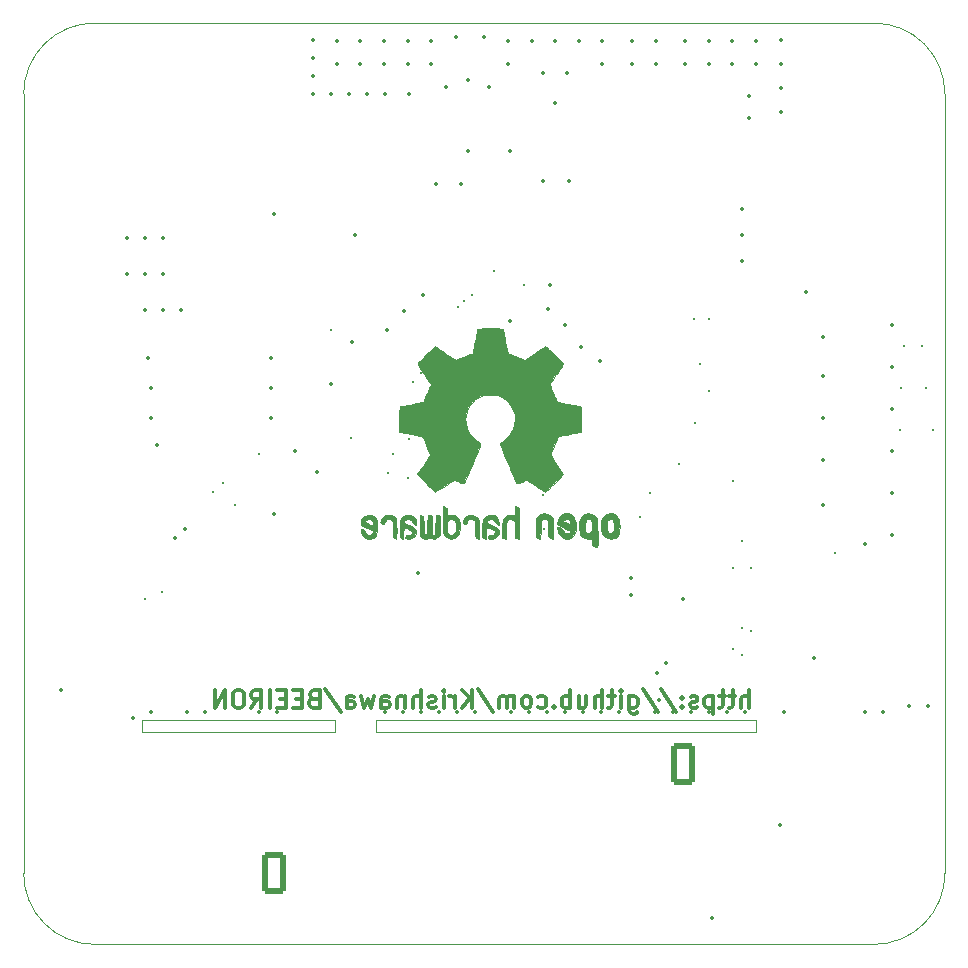
<source format=gbo>
%TF.GenerationSoftware,KiCad,Pcbnew,(6.0.1)*%
%TF.CreationDate,2022-01-24T11:40:52+04:00*%
%TF.ProjectId,BEEIRON v0.0,42454549-524f-44e2-9076-302e302e6b69,rev?*%
%TF.SameCoordinates,Original*%
%TF.FileFunction,Legend,Bot*%
%TF.FilePolarity,Positive*%
%FSLAX46Y46*%
G04 Gerber Fmt 4.6, Leading zero omitted, Abs format (unit mm)*
G04 Created by KiCad (PCBNEW (6.0.1)) date 2022-01-24 11:40:52*
%MOMM*%
%LPD*%
G01*
G04 APERTURE LIST*
G04 Aperture macros list*
%AMRoundRect*
0 Rectangle with rounded corners*
0 $1 Rounding radius*
0 $2 $3 $4 $5 $6 $7 $8 $9 X,Y pos of 4 corners*
0 Add a 4 corners polygon primitive as box body*
4,1,4,$2,$3,$4,$5,$6,$7,$8,$9,$2,$3,0*
0 Add four circle primitives for the rounded corners*
1,1,$1+$1,$2,$3*
1,1,$1+$1,$4,$5*
1,1,$1+$1,$6,$7*
1,1,$1+$1,$8,$9*
0 Add four rect primitives between the rounded corners*
20,1,$1+$1,$2,$3,$4,$5,0*
20,1,$1+$1,$4,$5,$6,$7,0*
20,1,$1+$1,$6,$7,$8,$9,0*
20,1,$1+$1,$8,$9,$2,$3,0*%
%AMHorizOval*
0 Thick line with rounded ends*
0 $1 width*
0 $2 $3 position (X,Y) of the first rounded end (center of the circle)*
0 $4 $5 position (X,Y) of the second rounded end (center of the circle)*
0 Add line between two ends*
20,1,$1,$2,$3,$4,$5,0*
0 Add two circle primitives to create the rounded ends*
1,1,$1,$2,$3*
1,1,$1,$4,$5*%
%AMRotRect*
0 Rectangle, with rotation*
0 The origin of the aperture is its center*
0 $1 length*
0 $2 width*
0 $3 Rotation angle, in degrees counterclockwise*
0 Add horizontal line*
21,1,$1,$2,0,0,$3*%
G04 Aperture macros list end*
%TA.AperFunction,Profile*%
%ADD10C,0.100000*%
%TD*%
%ADD11C,0.300000*%
%ADD12C,0.010000*%
%ADD13C,0.350000*%
%ADD14C,0.300000*%
%ADD15C,0.150000*%
%ADD16C,1.600000*%
%ADD17C,2.000000*%
%ADD18R,1.700000X1.700000*%
%ADD19O,1.700000X1.700000*%
%ADD20C,0.900000*%
%ADD21C,10.000000*%
%ADD22C,2.400000*%
%ADD23HorizOval,2.400000X0.000000X0.000000X0.000000X0.000000X0*%
%ADD24R,1.600000X1.600000*%
%ADD25O,1.600000X1.600000*%
%ADD26RoundRect,0.249999X-0.790001X-1.550001X0.790001X-1.550001X0.790001X1.550001X-0.790001X1.550001X0*%
%ADD27O,2.080000X3.600000*%
%ADD28RotRect,1.700000X1.700000X135.000000*%
%ADD29HorizOval,1.700000X0.000000X0.000000X0.000000X0.000000X0*%
%ADD30R,1.600000X2.400000*%
%ADD31O,1.600000X2.400000*%
%ADD32R,2.500000X4.500000*%
%ADD33O,2.500000X4.500000*%
%ADD34RoundRect,0.250000X0.750000X1.550000X-0.750000X1.550000X-0.750000X-1.550000X0.750000X-1.550000X0*%
%ADD35O,2.000000X3.600000*%
%ADD36C,1.800000*%
%ADD37RotRect,1.700000X1.700000X45.000000*%
%ADD38HorizOval,1.700000X0.000000X0.000000X0.000000X0.000000X0*%
G04 APERTURE END LIST*
D10*
X181000000Y-64000000D02*
G75*
G03*
X175000000Y-58000000I-5999999J1D01*
G01*
X181000000Y-130000000D02*
X181000000Y-64000000D01*
X103000000Y-64000000D02*
X103000000Y-130000000D01*
X109000000Y-58000000D02*
G75*
G03*
X103000000Y-64000000I-1J-5999999D01*
G01*
X132800000Y-117000000D02*
X165000000Y-117000000D01*
X129400000Y-117000000D02*
X113000000Y-117000000D01*
X132800000Y-117000000D02*
X132800000Y-118000000D01*
X113000000Y-117000000D02*
X113000000Y-118000000D01*
X165000000Y-118000000D02*
X132800000Y-118000000D01*
X103000000Y-130000000D02*
G75*
G03*
X109000000Y-136000000I5999999J-1D01*
G01*
X175000000Y-58000000D02*
X109000000Y-58000000D01*
X113000000Y-118000000D02*
X129400000Y-118000000D01*
X109000000Y-136000000D02*
X175000000Y-136000000D01*
X175000000Y-136000000D02*
G75*
G03*
X181000000Y-130000000I1J5999999D01*
G01*
X129400000Y-117000000D02*
X129400000Y-118000000D01*
X165000000Y-117000000D02*
X165000000Y-118000000D01*
D11*
X164407142Y-115978571D02*
X164407142Y-114478571D01*
X163764285Y-115978571D02*
X163764285Y-115192857D01*
X163835714Y-115050000D01*
X163978571Y-114978571D01*
X164192857Y-114978571D01*
X164335714Y-115050000D01*
X164407142Y-115121428D01*
X163264285Y-114978571D02*
X162692857Y-114978571D01*
X163050000Y-114478571D02*
X163050000Y-115764285D01*
X162978571Y-115907142D01*
X162835714Y-115978571D01*
X162692857Y-115978571D01*
X162407142Y-114978571D02*
X161835714Y-114978571D01*
X162192857Y-114478571D02*
X162192857Y-115764285D01*
X162121428Y-115907142D01*
X161978571Y-115978571D01*
X161835714Y-115978571D01*
X161335714Y-114978571D02*
X161335714Y-116478571D01*
X161335714Y-115050000D02*
X161192857Y-114978571D01*
X160907142Y-114978571D01*
X160764285Y-115050000D01*
X160692857Y-115121428D01*
X160621428Y-115264285D01*
X160621428Y-115692857D01*
X160692857Y-115835714D01*
X160764285Y-115907142D01*
X160907142Y-115978571D01*
X161192857Y-115978571D01*
X161335714Y-115907142D01*
X160050000Y-115907142D02*
X159907142Y-115978571D01*
X159621428Y-115978571D01*
X159478571Y-115907142D01*
X159407142Y-115764285D01*
X159407142Y-115692857D01*
X159478571Y-115550000D01*
X159621428Y-115478571D01*
X159835714Y-115478571D01*
X159978571Y-115407142D01*
X160050000Y-115264285D01*
X160050000Y-115192857D01*
X159978571Y-115050000D01*
X159835714Y-114978571D01*
X159621428Y-114978571D01*
X159478571Y-115050000D01*
X158764285Y-115835714D02*
X158692857Y-115907142D01*
X158764285Y-115978571D01*
X158835714Y-115907142D01*
X158764285Y-115835714D01*
X158764285Y-115978571D01*
X158764285Y-115050000D02*
X158692857Y-115121428D01*
X158764285Y-115192857D01*
X158835714Y-115121428D01*
X158764285Y-115050000D01*
X158764285Y-115192857D01*
X156978571Y-114407142D02*
X158264285Y-116335714D01*
X155407142Y-114407142D02*
X156692857Y-116335714D01*
X154264285Y-114978571D02*
X154264285Y-116192857D01*
X154335714Y-116335714D01*
X154407142Y-116407142D01*
X154550000Y-116478571D01*
X154764285Y-116478571D01*
X154907142Y-116407142D01*
X154264285Y-115907142D02*
X154407142Y-115978571D01*
X154692857Y-115978571D01*
X154835714Y-115907142D01*
X154907142Y-115835714D01*
X154978571Y-115692857D01*
X154978571Y-115264285D01*
X154907142Y-115121428D01*
X154835714Y-115050000D01*
X154692857Y-114978571D01*
X154407142Y-114978571D01*
X154264285Y-115050000D01*
X153550000Y-115978571D02*
X153550000Y-114978571D01*
X153550000Y-114478571D02*
X153621428Y-114550000D01*
X153550000Y-114621428D01*
X153478571Y-114550000D01*
X153550000Y-114478571D01*
X153550000Y-114621428D01*
X153050000Y-114978571D02*
X152478571Y-114978571D01*
X152835714Y-114478571D02*
X152835714Y-115764285D01*
X152764285Y-115907142D01*
X152621428Y-115978571D01*
X152478571Y-115978571D01*
X151978571Y-115978571D02*
X151978571Y-114478571D01*
X151335714Y-115978571D02*
X151335714Y-115192857D01*
X151407142Y-115050000D01*
X151549999Y-114978571D01*
X151764285Y-114978571D01*
X151907142Y-115050000D01*
X151978571Y-115121428D01*
X149978571Y-114978571D02*
X149978571Y-115978571D01*
X150621428Y-114978571D02*
X150621428Y-115764285D01*
X150549999Y-115907142D01*
X150407142Y-115978571D01*
X150192857Y-115978571D01*
X150049999Y-115907142D01*
X149978571Y-115835714D01*
X149264285Y-115978571D02*
X149264285Y-114478571D01*
X149264285Y-115050000D02*
X149121428Y-114978571D01*
X148835714Y-114978571D01*
X148692857Y-115050000D01*
X148621428Y-115121428D01*
X148549999Y-115264285D01*
X148549999Y-115692857D01*
X148621428Y-115835714D01*
X148692857Y-115907142D01*
X148835714Y-115978571D01*
X149121428Y-115978571D01*
X149264285Y-115907142D01*
X147907142Y-115835714D02*
X147835714Y-115907142D01*
X147907142Y-115978571D01*
X147978571Y-115907142D01*
X147907142Y-115835714D01*
X147907142Y-115978571D01*
X146549999Y-115907142D02*
X146692857Y-115978571D01*
X146978571Y-115978571D01*
X147121428Y-115907142D01*
X147192857Y-115835714D01*
X147264285Y-115692857D01*
X147264285Y-115264285D01*
X147192857Y-115121428D01*
X147121428Y-115050000D01*
X146978571Y-114978571D01*
X146692857Y-114978571D01*
X146549999Y-115050000D01*
X145692857Y-115978571D02*
X145835714Y-115907142D01*
X145907142Y-115835714D01*
X145978571Y-115692857D01*
X145978571Y-115264285D01*
X145907142Y-115121428D01*
X145835714Y-115050000D01*
X145692857Y-114978571D01*
X145478571Y-114978571D01*
X145335714Y-115050000D01*
X145264285Y-115121428D01*
X145192857Y-115264285D01*
X145192857Y-115692857D01*
X145264285Y-115835714D01*
X145335714Y-115907142D01*
X145478571Y-115978571D01*
X145692857Y-115978571D01*
X144549999Y-115978571D02*
X144549999Y-114978571D01*
X144549999Y-115121428D02*
X144478571Y-115050000D01*
X144335714Y-114978571D01*
X144121428Y-114978571D01*
X143978571Y-115050000D01*
X143907142Y-115192857D01*
X143907142Y-115978571D01*
X143907142Y-115192857D02*
X143835714Y-115050000D01*
X143692857Y-114978571D01*
X143478571Y-114978571D01*
X143335714Y-115050000D01*
X143264285Y-115192857D01*
X143264285Y-115978571D01*
X141478571Y-114407142D02*
X142764285Y-116335714D01*
X140978571Y-115978571D02*
X140978571Y-114478571D01*
X140121428Y-115978571D02*
X140764285Y-115121428D01*
X140121428Y-114478571D02*
X140978571Y-115335714D01*
X139478571Y-115978571D02*
X139478571Y-114978571D01*
X139478571Y-115264285D02*
X139407142Y-115121428D01*
X139335714Y-115050000D01*
X139192857Y-114978571D01*
X139049999Y-114978571D01*
X138549999Y-115978571D02*
X138549999Y-114978571D01*
X138549999Y-114478571D02*
X138621428Y-114550000D01*
X138549999Y-114621428D01*
X138478571Y-114550000D01*
X138549999Y-114478571D01*
X138549999Y-114621428D01*
X137907142Y-115907142D02*
X137764285Y-115978571D01*
X137478571Y-115978571D01*
X137335714Y-115907142D01*
X137264285Y-115764285D01*
X137264285Y-115692857D01*
X137335714Y-115550000D01*
X137478571Y-115478571D01*
X137692857Y-115478571D01*
X137835714Y-115407142D01*
X137907142Y-115264285D01*
X137907142Y-115192857D01*
X137835714Y-115050000D01*
X137692857Y-114978571D01*
X137478571Y-114978571D01*
X137335714Y-115050000D01*
X136621428Y-115978571D02*
X136621428Y-114478571D01*
X135978571Y-115978571D02*
X135978571Y-115192857D01*
X136049999Y-115050000D01*
X136192857Y-114978571D01*
X136407142Y-114978571D01*
X136549999Y-115050000D01*
X136621428Y-115121428D01*
X135264285Y-114978571D02*
X135264285Y-115978571D01*
X135264285Y-115121428D02*
X135192857Y-115050000D01*
X135049999Y-114978571D01*
X134835714Y-114978571D01*
X134692857Y-115050000D01*
X134621428Y-115192857D01*
X134621428Y-115978571D01*
X133264285Y-115978571D02*
X133264285Y-115192857D01*
X133335714Y-115050000D01*
X133478571Y-114978571D01*
X133764285Y-114978571D01*
X133907142Y-115050000D01*
X133264285Y-115907142D02*
X133407142Y-115978571D01*
X133764285Y-115978571D01*
X133907142Y-115907142D01*
X133978571Y-115764285D01*
X133978571Y-115621428D01*
X133907142Y-115478571D01*
X133764285Y-115407142D01*
X133407142Y-115407142D01*
X133264285Y-115335714D01*
X132692857Y-114978571D02*
X132407142Y-115978571D01*
X132121428Y-115264285D01*
X131835714Y-115978571D01*
X131549999Y-114978571D01*
X130335714Y-115978571D02*
X130335714Y-115192857D01*
X130407142Y-115050000D01*
X130549999Y-114978571D01*
X130835714Y-114978571D01*
X130978571Y-115050000D01*
X130335714Y-115907142D02*
X130478571Y-115978571D01*
X130835714Y-115978571D01*
X130978571Y-115907142D01*
X131049999Y-115764285D01*
X131049999Y-115621428D01*
X130978571Y-115478571D01*
X130835714Y-115407142D01*
X130478571Y-115407142D01*
X130335714Y-115335714D01*
X128549999Y-114407142D02*
X129835714Y-116335714D01*
X127549999Y-115192857D02*
X127335714Y-115264285D01*
X127264285Y-115335714D01*
X127192857Y-115478571D01*
X127192857Y-115692857D01*
X127264285Y-115835714D01*
X127335714Y-115907142D01*
X127478571Y-115978571D01*
X128049999Y-115978571D01*
X128049999Y-114478571D01*
X127549999Y-114478571D01*
X127407142Y-114550000D01*
X127335714Y-114621428D01*
X127264285Y-114764285D01*
X127264285Y-114907142D01*
X127335714Y-115050000D01*
X127407142Y-115121428D01*
X127549999Y-115192857D01*
X128049999Y-115192857D01*
X126549999Y-115192857D02*
X126049999Y-115192857D01*
X125835714Y-115978571D02*
X126549999Y-115978571D01*
X126549999Y-114478571D01*
X125835714Y-114478571D01*
X125192857Y-115192857D02*
X124692857Y-115192857D01*
X124478571Y-115978571D02*
X125192857Y-115978571D01*
X125192857Y-114478571D01*
X124478571Y-114478571D01*
X123835714Y-115978571D02*
X123835714Y-114478571D01*
X122264285Y-115978571D02*
X122764285Y-115264285D01*
X123121428Y-115978571D02*
X123121428Y-114478571D01*
X122549999Y-114478571D01*
X122407142Y-114550000D01*
X122335714Y-114621428D01*
X122264285Y-114764285D01*
X122264285Y-114978571D01*
X122335714Y-115121428D01*
X122407142Y-115192857D01*
X122549999Y-115264285D01*
X123121428Y-115264285D01*
X121335714Y-114478571D02*
X121049999Y-114478571D01*
X120907142Y-114550000D01*
X120764285Y-114692857D01*
X120692857Y-114978571D01*
X120692857Y-115478571D01*
X120764285Y-115764285D01*
X120907142Y-115907142D01*
X121049999Y-115978571D01*
X121335714Y-115978571D01*
X121478571Y-115907142D01*
X121621428Y-115764285D01*
X121692857Y-115478571D01*
X121692857Y-114978571D01*
X121621428Y-114692857D01*
X121478571Y-114550000D01*
X121335714Y-114478571D01*
X120049999Y-115978571D02*
X120049999Y-114478571D01*
X119192857Y-115978571D01*
X119192857Y-114478571D01*
D12*
%TO.C,REF\u002A\u002A*%
X142366759Y-99640601D02*
X142176095Y-99711403D01*
X142176095Y-99711403D02*
X142173914Y-99712764D01*
X142173914Y-99712764D02*
X142055994Y-99799550D01*
X142055994Y-99799550D02*
X141968940Y-99900973D01*
X141968940Y-99900973D02*
X141907714Y-100033145D01*
X141907714Y-100033145D02*
X141867277Y-100212182D01*
X141867277Y-100212182D02*
X141842591Y-100454195D01*
X141842591Y-100454195D02*
X141828618Y-100775299D01*
X141828618Y-100775299D02*
X141827393Y-100821048D01*
X141827393Y-100821048D02*
X141809800Y-101510869D01*
X141809800Y-101510869D02*
X141957848Y-101587427D01*
X141957848Y-101587427D02*
X142064970Y-101639163D01*
X142064970Y-101639163D02*
X142129649Y-101663678D01*
X142129649Y-101663678D02*
X142132641Y-101663985D01*
X142132641Y-101663985D02*
X142143834Y-101618751D01*
X142143834Y-101618751D02*
X142152725Y-101496736D01*
X142152725Y-101496736D02*
X142158194Y-101318468D01*
X142158194Y-101318468D02*
X142159387Y-101174116D01*
X142159387Y-101174116D02*
X142159414Y-100940271D01*
X142159414Y-100940271D02*
X142170104Y-100793419D01*
X142170104Y-100793419D02*
X142207367Y-100723376D01*
X142207367Y-100723376D02*
X142287112Y-100719958D01*
X142287112Y-100719958D02*
X142425251Y-100772983D01*
X142425251Y-100772983D02*
X142633812Y-100870454D01*
X142633812Y-100870454D02*
X142787171Y-100951409D01*
X142787171Y-100951409D02*
X142866048Y-101021644D01*
X142866048Y-101021644D02*
X142889236Y-101098194D01*
X142889236Y-101098194D02*
X142889272Y-101101982D01*
X142889272Y-101101982D02*
X142851007Y-101233852D01*
X142851007Y-101233852D02*
X142737717Y-101305091D01*
X142737717Y-101305091D02*
X142564336Y-101315410D01*
X142564336Y-101315410D02*
X142439450Y-101313620D01*
X142439450Y-101313620D02*
X142373601Y-101349589D01*
X142373601Y-101349589D02*
X142332536Y-101435985D01*
X142332536Y-101435985D02*
X142308901Y-101546054D01*
X142308901Y-101546054D02*
X142342961Y-101608508D01*
X142342961Y-101608508D02*
X142355786Y-101617446D01*
X142355786Y-101617446D02*
X142476528Y-101653343D01*
X142476528Y-101653343D02*
X142645612Y-101658426D01*
X142645612Y-101658426D02*
X142819739Y-101634631D01*
X142819739Y-101634631D02*
X142943124Y-101591147D01*
X142943124Y-101591147D02*
X143113713Y-101446309D01*
X143113713Y-101446309D02*
X143210681Y-101244694D01*
X143210681Y-101244694D02*
X143229885Y-101087180D01*
X143229885Y-101087180D02*
X143215230Y-100945104D01*
X143215230Y-100945104D02*
X143162199Y-100829127D01*
X143162199Y-100829127D02*
X143057194Y-100726121D01*
X143057194Y-100726121D02*
X142886614Y-100622954D01*
X142886614Y-100622954D02*
X142636862Y-100506496D01*
X142636862Y-100506496D02*
X142621647Y-100499914D01*
X142621647Y-100499914D02*
X142396671Y-100395981D01*
X142396671Y-100395981D02*
X142257843Y-100310743D01*
X142257843Y-100310743D02*
X142198338Y-100234147D01*
X142198338Y-100234147D02*
X142211328Y-100156139D01*
X142211328Y-100156139D02*
X142289988Y-100066664D01*
X142289988Y-100066664D02*
X142313510Y-100046073D01*
X142313510Y-100046073D02*
X142471067Y-99966236D01*
X142471067Y-99966236D02*
X142634323Y-99969597D01*
X142634323Y-99969597D02*
X142776505Y-100047874D01*
X142776505Y-100047874D02*
X142870840Y-100192781D01*
X142870840Y-100192781D02*
X142879605Y-100221224D01*
X142879605Y-100221224D02*
X142964962Y-100359174D01*
X142964962Y-100359174D02*
X143073271Y-100425620D01*
X143073271Y-100425620D02*
X143229885Y-100491471D01*
X143229885Y-100491471D02*
X143229885Y-100321097D01*
X143229885Y-100321097D02*
X143182244Y-100073454D01*
X143182244Y-100073454D02*
X143040841Y-99846307D01*
X143040841Y-99846307D02*
X142967258Y-99770318D01*
X142967258Y-99770318D02*
X142799991Y-99672790D01*
X142799991Y-99672790D02*
X142587274Y-99628640D01*
X142587274Y-99628640D02*
X142366759Y-99640601D01*
X142366759Y-99640601D02*
X142366759Y-99640601D01*
G36*
X142799991Y-99672790D02*
G01*
X142967258Y-99770318D01*
X143040841Y-99846307D01*
X143182244Y-100073454D01*
X143229885Y-100321097D01*
X143229885Y-100491471D01*
X143073271Y-100425620D01*
X142964962Y-100359174D01*
X142879605Y-100221224D01*
X142870840Y-100192781D01*
X142776505Y-100047874D01*
X142634323Y-99969597D01*
X142471067Y-99966236D01*
X142313510Y-100046073D01*
X142289988Y-100066664D01*
X142211328Y-100156139D01*
X142198338Y-100234147D01*
X142257843Y-100310743D01*
X142396671Y-100395981D01*
X142621647Y-100499914D01*
X142636862Y-100506496D01*
X142886614Y-100622954D01*
X143057194Y-100726121D01*
X143162199Y-100829127D01*
X143215230Y-100945104D01*
X143229885Y-101087180D01*
X143210681Y-101244694D01*
X143113713Y-101446309D01*
X142943124Y-101591147D01*
X142819739Y-101634631D01*
X142645612Y-101658426D01*
X142476528Y-101653343D01*
X142355786Y-101617446D01*
X142342961Y-101608508D01*
X142308901Y-101546054D01*
X142332536Y-101435985D01*
X142373601Y-101349589D01*
X142439450Y-101313620D01*
X142564336Y-101315410D01*
X142737717Y-101305091D01*
X142851007Y-101233852D01*
X142889272Y-101101982D01*
X142889236Y-101098194D01*
X142866048Y-101021644D01*
X142787171Y-100951409D01*
X142633812Y-100870454D01*
X142425251Y-100772983D01*
X142287112Y-100719958D01*
X142207367Y-100723376D01*
X142170104Y-100793419D01*
X142159414Y-100940271D01*
X142159387Y-101174116D01*
X142158194Y-101318468D01*
X142152725Y-101496736D01*
X142143834Y-101618751D01*
X142132641Y-101663985D01*
X142129649Y-101663678D01*
X142064970Y-101639163D01*
X141957848Y-101587427D01*
X141809800Y-101510869D01*
X141827393Y-100821048D01*
X141828618Y-100775299D01*
X141842591Y-100454195D01*
X141867277Y-100212182D01*
X141907714Y-100033145D01*
X141968940Y-99900973D01*
X142055994Y-99799550D01*
X142173914Y-99712764D01*
X142176095Y-99711403D01*
X142366759Y-99640601D01*
X142587274Y-99628640D01*
X142799991Y-99672790D01*
G37*
X142799991Y-99672790D02*
X142967258Y-99770318D01*
X143040841Y-99846307D01*
X143182244Y-100073454D01*
X143229885Y-100321097D01*
X143229885Y-100491471D01*
X143073271Y-100425620D01*
X142964962Y-100359174D01*
X142879605Y-100221224D01*
X142870840Y-100192781D01*
X142776505Y-100047874D01*
X142634323Y-99969597D01*
X142471067Y-99966236D01*
X142313510Y-100046073D01*
X142289988Y-100066664D01*
X142211328Y-100156139D01*
X142198338Y-100234147D01*
X142257843Y-100310743D01*
X142396671Y-100395981D01*
X142621647Y-100499914D01*
X142636862Y-100506496D01*
X142886614Y-100622954D01*
X143057194Y-100726121D01*
X143162199Y-100829127D01*
X143215230Y-100945104D01*
X143229885Y-101087180D01*
X143210681Y-101244694D01*
X143113713Y-101446309D01*
X142943124Y-101591147D01*
X142819739Y-101634631D01*
X142645612Y-101658426D01*
X142476528Y-101653343D01*
X142355786Y-101617446D01*
X142342961Y-101608508D01*
X142308901Y-101546054D01*
X142332536Y-101435985D01*
X142373601Y-101349589D01*
X142439450Y-101313620D01*
X142564336Y-101315410D01*
X142737717Y-101305091D01*
X142851007Y-101233852D01*
X142889272Y-101101982D01*
X142889236Y-101098194D01*
X142866048Y-101021644D01*
X142787171Y-100951409D01*
X142633812Y-100870454D01*
X142425251Y-100772983D01*
X142287112Y-100719958D01*
X142207367Y-100723376D01*
X142170104Y-100793419D01*
X142159414Y-100940271D01*
X142159387Y-101174116D01*
X142158194Y-101318468D01*
X142152725Y-101496736D01*
X142143834Y-101618751D01*
X142132641Y-101663985D01*
X142129649Y-101663678D01*
X142064970Y-101639163D01*
X141957848Y-101587427D01*
X141809800Y-101510869D01*
X141827393Y-100821048D01*
X141828618Y-100775299D01*
X141842591Y-100454195D01*
X141867277Y-100212182D01*
X141907714Y-100033145D01*
X141968940Y-99900973D01*
X142055994Y-99799550D01*
X142173914Y-99712764D01*
X142176095Y-99711403D01*
X142366759Y-99640601D01*
X142587274Y-99628640D01*
X142799991Y-99672790D01*
X131927601Y-99694233D02*
X131735083Y-99820057D01*
X131735083Y-99820057D02*
X131642226Y-99932696D01*
X131642226Y-99932696D02*
X131568660Y-100137092D01*
X131568660Y-100137092D02*
X131562817Y-100298830D01*
X131562817Y-100298830D02*
X131576053Y-100515094D01*
X131576053Y-100515094D02*
X132074808Y-100733398D01*
X132074808Y-100733398D02*
X132317315Y-100844930D01*
X132317315Y-100844930D02*
X132475771Y-100934650D01*
X132475771Y-100934650D02*
X132558164Y-101012361D01*
X132558164Y-101012361D02*
X132572482Y-101087867D01*
X132572482Y-101087867D02*
X132526713Y-101170971D01*
X132526713Y-101170971D02*
X132476245Y-101226054D01*
X132476245Y-101226054D02*
X132329395Y-101314389D01*
X132329395Y-101314389D02*
X132169672Y-101320579D01*
X132169672Y-101320579D02*
X132022980Y-101251735D01*
X132022980Y-101251735D02*
X131915219Y-101114972D01*
X131915219Y-101114972D02*
X131895945Y-101066680D01*
X131895945Y-101066680D02*
X131803624Y-100915848D01*
X131803624Y-100915848D02*
X131697412Y-100851567D01*
X131697412Y-100851567D02*
X131551724Y-100796576D01*
X131551724Y-100796576D02*
X131551724Y-101005057D01*
X131551724Y-101005057D02*
X131564604Y-101146926D01*
X131564604Y-101146926D02*
X131615057Y-101266563D01*
X131615057Y-101266563D02*
X131720803Y-101403927D01*
X131720803Y-101403927D02*
X131736520Y-101421777D01*
X131736520Y-101421777D02*
X131854145Y-101543986D01*
X131854145Y-101543986D02*
X131955254Y-101609570D01*
X131955254Y-101609570D02*
X132081750Y-101639742D01*
X132081750Y-101639742D02*
X132186616Y-101649623D01*
X132186616Y-101649623D02*
X132374189Y-101652085D01*
X132374189Y-101652085D02*
X132507716Y-101620892D01*
X132507716Y-101620892D02*
X132591017Y-101574579D01*
X132591017Y-101574579D02*
X132721937Y-101472735D01*
X132721937Y-101472735D02*
X132812561Y-101362591D01*
X132812561Y-101362591D02*
X132869913Y-101224069D01*
X132869913Y-101224069D02*
X132901020Y-101037090D01*
X132901020Y-101037090D02*
X132912906Y-100781577D01*
X132912906Y-100781577D02*
X132913855Y-100651894D01*
X132913855Y-100651894D02*
X132910629Y-100496421D01*
X132910629Y-100496421D02*
X132616834Y-100496421D01*
X132616834Y-100496421D02*
X132613427Y-100579827D01*
X132613427Y-100579827D02*
X132604934Y-100593487D01*
X132604934Y-100593487D02*
X132548890Y-100574931D01*
X132548890Y-100574931D02*
X132428282Y-100525822D01*
X132428282Y-100525822D02*
X132267087Y-100456002D01*
X132267087Y-100456002D02*
X132233378Y-100440995D01*
X132233378Y-100440995D02*
X132029661Y-100337404D01*
X132029661Y-100337404D02*
X131917421Y-100246359D01*
X131917421Y-100246359D02*
X131892753Y-100161081D01*
X131892753Y-100161081D02*
X131951755Y-100074794D01*
X131951755Y-100074794D02*
X132000482Y-100036667D01*
X132000482Y-100036667D02*
X132176306Y-99960417D01*
X132176306Y-99960417D02*
X132340873Y-99973014D01*
X132340873Y-99973014D02*
X132478646Y-100066086D01*
X132478646Y-100066086D02*
X132574087Y-100231256D01*
X132574087Y-100231256D02*
X132604686Y-100362357D01*
X132604686Y-100362357D02*
X132616834Y-100496421D01*
X132616834Y-100496421D02*
X132910629Y-100496421D01*
X132910629Y-100496421D02*
X132907568Y-100348919D01*
X132907568Y-100348919D02*
X132884401Y-100124756D01*
X132884401Y-100124756D02*
X132838510Y-99961526D01*
X132838510Y-99961526D02*
X132764046Y-99841352D01*
X132764046Y-99841352D02*
X132655164Y-99746355D01*
X132655164Y-99746355D02*
X132607695Y-99715655D01*
X132607695Y-99715655D02*
X132392062Y-99635703D01*
X132392062Y-99635703D02*
X132155979Y-99630672D01*
X132155979Y-99630672D02*
X131927601Y-99694233D01*
X131927601Y-99694233D02*
X131927601Y-99694233D01*
G36*
X132912906Y-100781577D02*
G01*
X132901020Y-101037090D01*
X132869913Y-101224069D01*
X132812561Y-101362591D01*
X132721937Y-101472735D01*
X132591017Y-101574579D01*
X132507716Y-101620892D01*
X132374189Y-101652085D01*
X132186616Y-101649623D01*
X132081750Y-101639742D01*
X131955254Y-101609570D01*
X131854145Y-101543986D01*
X131736520Y-101421777D01*
X131720803Y-101403927D01*
X131615057Y-101266563D01*
X131564604Y-101146926D01*
X131551724Y-101005057D01*
X131551724Y-100796576D01*
X131697412Y-100851567D01*
X131803624Y-100915848D01*
X131895945Y-101066680D01*
X131915219Y-101114972D01*
X132022980Y-101251735D01*
X132169672Y-101320579D01*
X132329395Y-101314389D01*
X132476245Y-101226054D01*
X132526713Y-101170971D01*
X132572482Y-101087867D01*
X132558164Y-101012361D01*
X132475771Y-100934650D01*
X132317315Y-100844930D01*
X132074808Y-100733398D01*
X131576053Y-100515094D01*
X131562817Y-100298830D01*
X131567793Y-100161081D01*
X131892753Y-100161081D01*
X131917421Y-100246359D01*
X132029661Y-100337404D01*
X132233378Y-100440995D01*
X132267087Y-100456002D01*
X132428282Y-100525822D01*
X132548890Y-100574931D01*
X132604934Y-100593487D01*
X132613427Y-100579827D01*
X132616834Y-100496421D01*
X132604686Y-100362357D01*
X132574087Y-100231256D01*
X132478646Y-100066086D01*
X132340873Y-99973014D01*
X132176306Y-99960417D01*
X132000482Y-100036667D01*
X131951755Y-100074794D01*
X131892753Y-100161081D01*
X131567793Y-100161081D01*
X131568660Y-100137092D01*
X131642226Y-99932696D01*
X131735083Y-99820057D01*
X131927601Y-99694233D01*
X132155979Y-99630672D01*
X132392062Y-99635703D01*
X132607695Y-99715655D01*
X132655164Y-99746355D01*
X132764046Y-99841352D01*
X132838510Y-99961526D01*
X132884401Y-100124756D01*
X132907568Y-100348919D01*
X132910629Y-100496421D01*
X132913855Y-100651894D01*
X132912906Y-100781577D01*
G37*
X132912906Y-100781577D02*
X132901020Y-101037090D01*
X132869913Y-101224069D01*
X132812561Y-101362591D01*
X132721937Y-101472735D01*
X132591017Y-101574579D01*
X132507716Y-101620892D01*
X132374189Y-101652085D01*
X132186616Y-101649623D01*
X132081750Y-101639742D01*
X131955254Y-101609570D01*
X131854145Y-101543986D01*
X131736520Y-101421777D01*
X131720803Y-101403927D01*
X131615057Y-101266563D01*
X131564604Y-101146926D01*
X131551724Y-101005057D01*
X131551724Y-100796576D01*
X131697412Y-100851567D01*
X131803624Y-100915848D01*
X131895945Y-101066680D01*
X131915219Y-101114972D01*
X132022980Y-101251735D01*
X132169672Y-101320579D01*
X132329395Y-101314389D01*
X132476245Y-101226054D01*
X132526713Y-101170971D01*
X132572482Y-101087867D01*
X132558164Y-101012361D01*
X132475771Y-100934650D01*
X132317315Y-100844930D01*
X132074808Y-100733398D01*
X131576053Y-100515094D01*
X131562817Y-100298830D01*
X131567793Y-100161081D01*
X131892753Y-100161081D01*
X131917421Y-100246359D01*
X132029661Y-100337404D01*
X132233378Y-100440995D01*
X132267087Y-100456002D01*
X132428282Y-100525822D01*
X132548890Y-100574931D01*
X132604934Y-100593487D01*
X132613427Y-100579827D01*
X132616834Y-100496421D01*
X132604686Y-100362357D01*
X132574087Y-100231256D01*
X132478646Y-100066086D01*
X132340873Y-99973014D01*
X132176306Y-99960417D01*
X132000482Y-100036667D01*
X131951755Y-100074794D01*
X131892753Y-100161081D01*
X131567793Y-100161081D01*
X131568660Y-100137092D01*
X131642226Y-99932696D01*
X131735083Y-99820057D01*
X131927601Y-99694233D01*
X132155979Y-99630672D01*
X132392062Y-99635703D01*
X132607695Y-99715655D01*
X132655164Y-99746355D01*
X132764046Y-99841352D01*
X132838510Y-99961526D01*
X132884401Y-100124756D01*
X132907568Y-100348919D01*
X132910629Y-100496421D01*
X132913855Y-100651894D01*
X132912906Y-100781577D01*
X133607184Y-99666697D02*
X133549024Y-99692116D01*
X133549024Y-99692116D02*
X133410205Y-99802059D01*
X133410205Y-99802059D02*
X133291495Y-99961030D01*
X133291495Y-99961030D02*
X133218079Y-100130677D01*
X133218079Y-100130677D02*
X133206130Y-100214313D01*
X133206130Y-100214313D02*
X133246191Y-100331078D01*
X133246191Y-100331078D02*
X133334065Y-100392862D01*
X133334065Y-100392862D02*
X133428282Y-100430273D01*
X133428282Y-100430273D02*
X133471423Y-100437167D01*
X133471423Y-100437167D02*
X133492429Y-100387138D01*
X133492429Y-100387138D02*
X133533910Y-100278269D01*
X133533910Y-100278269D02*
X133552108Y-100229076D01*
X133552108Y-100229076D02*
X133654152Y-100058913D01*
X133654152Y-100058913D02*
X133801897Y-99974038D01*
X133801897Y-99974038D02*
X133991345Y-99976648D01*
X133991345Y-99976648D02*
X134005377Y-99979991D01*
X134005377Y-99979991D02*
X134106519Y-100027945D01*
X134106519Y-100027945D02*
X134180876Y-100121432D01*
X134180876Y-100121432D02*
X134231662Y-100271939D01*
X134231662Y-100271939D02*
X134262092Y-100490951D01*
X134262092Y-100490951D02*
X134275382Y-100789956D01*
X134275382Y-100789956D02*
X134276628Y-100949056D01*
X134276628Y-100949056D02*
X134277246Y-101199855D01*
X134277246Y-101199855D02*
X134281295Y-101370825D01*
X134281295Y-101370825D02*
X134292067Y-101479454D01*
X134292067Y-101479454D02*
X134312853Y-101543230D01*
X134312853Y-101543230D02*
X134346945Y-101579643D01*
X134346945Y-101579643D02*
X134397635Y-101606179D01*
X134397635Y-101606179D02*
X134400565Y-101607515D01*
X134400565Y-101607515D02*
X134498182Y-101648787D01*
X134498182Y-101648787D02*
X134546542Y-101663985D01*
X134546542Y-101663985D02*
X134553973Y-101618037D01*
X134553973Y-101618037D02*
X134560334Y-101491034D01*
X134560334Y-101491034D02*
X134565168Y-101299235D01*
X134565168Y-101299235D02*
X134568015Y-101058902D01*
X134568015Y-101058902D02*
X134568582Y-100883024D01*
X134568582Y-100883024D02*
X134565687Y-100542688D01*
X134565687Y-100542688D02*
X134554363Y-100284495D01*
X134554363Y-100284495D02*
X134530654Y-100093374D01*
X134530654Y-100093374D02*
X134490603Y-99954253D01*
X134490603Y-99954253D02*
X134430253Y-99852060D01*
X134430253Y-99852060D02*
X134345647Y-99771724D01*
X134345647Y-99771724D02*
X134262101Y-99715655D01*
X134262101Y-99715655D02*
X134061209Y-99641032D01*
X134061209Y-99641032D02*
X133827404Y-99624202D01*
X133827404Y-99624202D02*
X133607184Y-99666697D01*
X133607184Y-99666697D02*
X133607184Y-99666697D01*
G36*
X134061209Y-99641032D02*
G01*
X134262101Y-99715655D01*
X134345647Y-99771724D01*
X134430253Y-99852060D01*
X134490603Y-99954253D01*
X134530654Y-100093374D01*
X134554363Y-100284495D01*
X134565687Y-100542688D01*
X134568582Y-100883024D01*
X134568015Y-101058902D01*
X134565168Y-101299235D01*
X134560334Y-101491034D01*
X134553973Y-101618037D01*
X134546542Y-101663985D01*
X134498182Y-101648787D01*
X134400565Y-101607515D01*
X134397635Y-101606179D01*
X134346945Y-101579643D01*
X134312853Y-101543230D01*
X134292067Y-101479454D01*
X134281295Y-101370825D01*
X134277246Y-101199855D01*
X134276628Y-100949056D01*
X134275382Y-100789956D01*
X134262092Y-100490951D01*
X134231662Y-100271939D01*
X134180876Y-100121432D01*
X134106519Y-100027945D01*
X134005377Y-99979991D01*
X133991345Y-99976648D01*
X133801897Y-99974038D01*
X133654152Y-100058913D01*
X133552108Y-100229076D01*
X133533910Y-100278269D01*
X133492429Y-100387138D01*
X133471423Y-100437167D01*
X133428282Y-100430273D01*
X133334065Y-100392862D01*
X133246191Y-100331078D01*
X133206130Y-100214313D01*
X133218079Y-100130677D01*
X133291495Y-99961030D01*
X133410205Y-99802059D01*
X133549024Y-99692116D01*
X133607184Y-99666697D01*
X133827404Y-99624202D01*
X134061209Y-99641032D01*
G37*
X134061209Y-99641032D02*
X134262101Y-99715655D01*
X134345647Y-99771724D01*
X134430253Y-99852060D01*
X134490603Y-99954253D01*
X134530654Y-100093374D01*
X134554363Y-100284495D01*
X134565687Y-100542688D01*
X134568582Y-100883024D01*
X134568015Y-101058902D01*
X134565168Y-101299235D01*
X134560334Y-101491034D01*
X134553973Y-101618037D01*
X134546542Y-101663985D01*
X134498182Y-101648787D01*
X134400565Y-101607515D01*
X134397635Y-101606179D01*
X134346945Y-101579643D01*
X134312853Y-101543230D01*
X134292067Y-101479454D01*
X134281295Y-101370825D01*
X134277246Y-101199855D01*
X134276628Y-100949056D01*
X134275382Y-100789956D01*
X134262092Y-100490951D01*
X134231662Y-100271939D01*
X134180876Y-100121432D01*
X134106519Y-100027945D01*
X134005377Y-99979991D01*
X133991345Y-99976648D01*
X133801897Y-99974038D01*
X133654152Y-100058913D01*
X133552108Y-100229076D01*
X133533910Y-100278269D01*
X133492429Y-100387138D01*
X133471423Y-100437167D01*
X133428282Y-100430273D01*
X133334065Y-100392862D01*
X133246191Y-100331078D01*
X133206130Y-100214313D01*
X133218079Y-100130677D01*
X133291495Y-99961030D01*
X133410205Y-99802059D01*
X133549024Y-99692116D01*
X133607184Y-99666697D01*
X133827404Y-99624202D01*
X134061209Y-99641032D01*
X142151643Y-83854997D02*
X141888323Y-83856439D01*
X141888323Y-83856439D02*
X141697754Y-83860342D01*
X141697754Y-83860342D02*
X141567655Y-83867937D01*
X141567655Y-83867937D02*
X141485743Y-83880450D01*
X141485743Y-83880450D02*
X141439734Y-83899111D01*
X141439734Y-83899111D02*
X141417347Y-83925148D01*
X141417347Y-83925148D02*
X141406298Y-83959788D01*
X141406298Y-83959788D02*
X141405224Y-83964272D01*
X141405224Y-83964272D02*
X141388441Y-84045189D01*
X141388441Y-84045189D02*
X141357375Y-84204842D01*
X141357375Y-84204842D02*
X141315258Y-84426238D01*
X141315258Y-84426238D02*
X141265321Y-84692385D01*
X141265321Y-84692385D02*
X141210797Y-84986290D01*
X141210797Y-84986290D02*
X141208893Y-84996612D01*
X141208893Y-84996612D02*
X141154277Y-85284636D01*
X141154277Y-85284636D02*
X141103178Y-85539115D01*
X141103178Y-85539115D02*
X141058894Y-85744785D01*
X141058894Y-85744785D02*
X141024721Y-85886385D01*
X141024721Y-85886385D02*
X141003957Y-85948650D01*
X141003957Y-85948650D02*
X141002967Y-85949753D01*
X141002967Y-85949753D02*
X140941801Y-85980159D01*
X140941801Y-85980159D02*
X140815690Y-86030828D01*
X140815690Y-86030828D02*
X140651869Y-86090822D01*
X140651869Y-86090822D02*
X140650957Y-86091142D01*
X140650957Y-86091142D02*
X140444612Y-86168704D01*
X140444612Y-86168704D02*
X140201340Y-86267507D01*
X140201340Y-86267507D02*
X139972031Y-86366848D01*
X139972031Y-86366848D02*
X139961178Y-86371760D01*
X139961178Y-86371760D02*
X139587683Y-86541276D01*
X139587683Y-86541276D02*
X138760635Y-85976495D01*
X138760635Y-85976495D02*
X138506923Y-85804320D01*
X138506923Y-85804320D02*
X138277098Y-85650395D01*
X138277098Y-85650395D02*
X138084475Y-85523474D01*
X138084475Y-85523474D02*
X137942368Y-85432309D01*
X137942368Y-85432309D02*
X137864093Y-85385655D01*
X137864093Y-85385655D02*
X137856660Y-85382195D01*
X137856660Y-85382195D02*
X137799776Y-85397600D01*
X137799776Y-85397600D02*
X137693531Y-85471927D01*
X137693531Y-85471927D02*
X137533781Y-85608681D01*
X137533781Y-85608681D02*
X137316384Y-85811368D01*
X137316384Y-85811368D02*
X137094452Y-86027008D01*
X137094452Y-86027008D02*
X136880509Y-86239503D01*
X136880509Y-86239503D02*
X136689031Y-86433410D01*
X136689031Y-86433410D02*
X136531545Y-86596754D01*
X136531545Y-86596754D02*
X136419578Y-86717561D01*
X136419578Y-86717561D02*
X136364657Y-86783855D01*
X136364657Y-86783855D02*
X136362614Y-86787268D01*
X136362614Y-86787268D02*
X136356542Y-86832761D01*
X136356542Y-86832761D02*
X136379416Y-86907056D01*
X136379416Y-86907056D02*
X136436885Y-87020186D01*
X136436885Y-87020186D02*
X136534601Y-87182185D01*
X136534601Y-87182185D02*
X136678216Y-87403086D01*
X136678216Y-87403086D02*
X136869667Y-87687460D01*
X136869667Y-87687460D02*
X137039577Y-87937759D01*
X137039577Y-87937759D02*
X137191462Y-88162250D01*
X137191462Y-88162250D02*
X137316545Y-88347900D01*
X137316545Y-88347900D02*
X137406051Y-88481675D01*
X137406051Y-88481675D02*
X137451200Y-88550542D01*
X137451200Y-88550542D02*
X137454042Y-88555218D01*
X137454042Y-88555218D02*
X137448530Y-88621201D01*
X137448530Y-88621201D02*
X137406745Y-88749448D01*
X137406745Y-88749448D02*
X137337003Y-88915720D01*
X137337003Y-88915720D02*
X137312146Y-88968819D01*
X137312146Y-88968819D02*
X137203689Y-89205377D01*
X137203689Y-89205377D02*
X137087980Y-89473789D01*
X137087980Y-89473789D02*
X136993985Y-89706035D01*
X136993985Y-89706035D02*
X136926255Y-89878407D01*
X136926255Y-89878407D02*
X136872457Y-90009403D01*
X136872457Y-90009403D02*
X136841369Y-90077867D01*
X136841369Y-90077867D02*
X136837504Y-90083142D01*
X136837504Y-90083142D02*
X136780329Y-90091880D01*
X136780329Y-90091880D02*
X136645552Y-90115823D01*
X136645552Y-90115823D02*
X136451094Y-90151562D01*
X136451094Y-90151562D02*
X136214875Y-90195689D01*
X136214875Y-90195689D02*
X135954816Y-90244795D01*
X135954816Y-90244795D02*
X135688837Y-90295472D01*
X135688837Y-90295472D02*
X135434857Y-90344313D01*
X135434857Y-90344313D02*
X135210799Y-90387909D01*
X135210799Y-90387909D02*
X135034580Y-90422851D01*
X135034580Y-90422851D02*
X134924123Y-90445732D01*
X134924123Y-90445732D02*
X134897030Y-90452201D01*
X134897030Y-90452201D02*
X134869044Y-90468167D01*
X134869044Y-90468167D02*
X134847919Y-90504227D01*
X134847919Y-90504227D02*
X134832703Y-90572552D01*
X134832703Y-90572552D02*
X134822447Y-90685315D01*
X134822447Y-90685315D02*
X134816200Y-90854686D01*
X134816200Y-90854686D02*
X134813012Y-91092838D01*
X134813012Y-91092838D02*
X134811933Y-91411942D01*
X134811933Y-91411942D02*
X134811877Y-91542741D01*
X134811877Y-91542741D02*
X134811877Y-92606511D01*
X134811877Y-92606511D02*
X135067337Y-92656933D01*
X135067337Y-92656933D02*
X135209463Y-92684273D01*
X135209463Y-92684273D02*
X135421550Y-92724182D01*
X135421550Y-92724182D02*
X135677807Y-92771845D01*
X135677807Y-92771845D02*
X135952442Y-92822446D01*
X135952442Y-92822446D02*
X136028352Y-92836344D01*
X136028352Y-92836344D02*
X136281779Y-92885617D01*
X136281779Y-92885617D02*
X136502553Y-92934070D01*
X136502553Y-92934070D02*
X136672143Y-92977215D01*
X136672143Y-92977215D02*
X136772020Y-93010563D01*
X136772020Y-93010563D02*
X136788657Y-93020502D01*
X136788657Y-93020502D02*
X136829511Y-93090891D01*
X136829511Y-93090891D02*
X136888087Y-93227283D01*
X136888087Y-93227283D02*
X136953045Y-93402805D01*
X136953045Y-93402805D02*
X136965929Y-93440613D01*
X136965929Y-93440613D02*
X137051066Y-93675030D01*
X137051066Y-93675030D02*
X137156744Y-93939524D01*
X137156744Y-93939524D02*
X137260160Y-94177041D01*
X137260160Y-94177041D02*
X137260670Y-94178144D01*
X137260670Y-94178144D02*
X137432888Y-94550733D01*
X137432888Y-94550733D02*
X136866476Y-95383893D01*
X136866476Y-95383893D02*
X136300065Y-96217053D01*
X136300065Y-96217053D02*
X137027298Y-96945500D01*
X137027298Y-96945500D02*
X137247252Y-97162302D01*
X137247252Y-97162302D02*
X137447868Y-97353414D01*
X137447868Y-97353414D02*
X137617878Y-97508636D01*
X137617878Y-97508636D02*
X137746015Y-97617764D01*
X137746015Y-97617764D02*
X137821011Y-97670595D01*
X137821011Y-97670595D02*
X137831769Y-97673947D01*
X137831769Y-97673947D02*
X137894933Y-97647549D01*
X137894933Y-97647549D02*
X138023820Y-97574160D01*
X138023820Y-97574160D02*
X138204351Y-97462484D01*
X138204351Y-97462484D02*
X138422446Y-97321224D01*
X138422446Y-97321224D02*
X138658246Y-97163027D01*
X138658246Y-97163027D02*
X138897564Y-97001664D01*
X138897564Y-97001664D02*
X139110941Y-96861252D01*
X139110941Y-96861252D02*
X139284825Y-96750431D01*
X139284825Y-96750431D02*
X139405666Y-96677838D01*
X139405666Y-96677838D02*
X139459737Y-96652108D01*
X139459737Y-96652108D02*
X139525706Y-96673880D01*
X139525706Y-96673880D02*
X139650802Y-96731251D01*
X139650802Y-96731251D02*
X139809220Y-96812300D01*
X139809220Y-96812300D02*
X139826013Y-96821309D01*
X139826013Y-96821309D02*
X140039348Y-96928300D01*
X140039348Y-96928300D02*
X140185636Y-96980772D01*
X140185636Y-96980772D02*
X140276620Y-96981330D01*
X140276620Y-96981330D02*
X140324041Y-96932580D01*
X140324041Y-96932580D02*
X140324317Y-96931897D01*
X140324317Y-96931897D02*
X140348020Y-96874164D01*
X140348020Y-96874164D02*
X140404551Y-96737115D01*
X140404551Y-96737115D02*
X140489526Y-96531357D01*
X140489526Y-96531357D02*
X140598562Y-96267498D01*
X140598562Y-96267498D02*
X140727276Y-95956144D01*
X140727276Y-95956144D02*
X140871285Y-95607904D01*
X140871285Y-95607904D02*
X141010749Y-95270744D01*
X141010749Y-95270744D02*
X141164020Y-94898666D01*
X141164020Y-94898666D02*
X141304749Y-94553987D01*
X141304749Y-94553987D02*
X141428718Y-94247271D01*
X141428718Y-94247271D02*
X141531709Y-93989085D01*
X141531709Y-93989085D02*
X141609504Y-93789994D01*
X141609504Y-93789994D02*
X141657886Y-93660565D01*
X141657886Y-93660565D02*
X141672796Y-93612261D01*
X141672796Y-93612261D02*
X141635406Y-93556850D01*
X141635406Y-93556850D02*
X141537602Y-93468538D01*
X141537602Y-93468538D02*
X141407185Y-93371174D01*
X141407185Y-93371174D02*
X141035777Y-93063253D01*
X141035777Y-93063253D02*
X140745470Y-92710304D01*
X140745470Y-92710304D02*
X140539744Y-92319761D01*
X140539744Y-92319761D02*
X140422077Y-91899057D01*
X140422077Y-91899057D02*
X140395949Y-91455629D01*
X140395949Y-91455629D02*
X140414940Y-91250958D01*
X140414940Y-91250958D02*
X140518417Y-90826323D01*
X140518417Y-90826323D02*
X140696627Y-90451336D01*
X140696627Y-90451336D02*
X140938518Y-90129696D01*
X140938518Y-90129696D02*
X141233037Y-89865101D01*
X141233037Y-89865101D02*
X141569129Y-89661250D01*
X141569129Y-89661250D02*
X141935742Y-89521842D01*
X141935742Y-89521842D02*
X142321823Y-89450574D01*
X142321823Y-89450574D02*
X142716319Y-89451145D01*
X142716319Y-89451145D02*
X143108175Y-89527254D01*
X143108175Y-89527254D02*
X143486340Y-89682599D01*
X143486340Y-89682599D02*
X143839760Y-89920879D01*
X143839760Y-89920879D02*
X143987273Y-90055639D01*
X143987273Y-90055639D02*
X144270184Y-90401679D01*
X144270184Y-90401679D02*
X144467168Y-90779826D01*
X144467168Y-90779826D02*
X144579536Y-91179055D01*
X144579536Y-91179055D02*
X144608599Y-91588345D01*
X144608599Y-91588345D02*
X144555669Y-91996672D01*
X144555669Y-91996672D02*
X144422057Y-92393013D01*
X144422057Y-92393013D02*
X144209075Y-92766345D01*
X144209075Y-92766345D02*
X143918034Y-93105645D01*
X143918034Y-93105645D02*
X143592814Y-93371174D01*
X143592814Y-93371174D02*
X143457348Y-93472671D01*
X143457348Y-93472671D02*
X143361651Y-93560025D01*
X143361651Y-93560025D02*
X143327203Y-93612343D01*
X143327203Y-93612343D02*
X143345240Y-93669398D01*
X143345240Y-93669398D02*
X143396538Y-93805698D01*
X143396538Y-93805698D02*
X143476876Y-94010678D01*
X143476876Y-94010678D02*
X143582036Y-94273772D01*
X143582036Y-94273772D02*
X143707796Y-94584416D01*
X143707796Y-94584416D02*
X143849937Y-94932043D01*
X143849937Y-94932043D02*
X143989635Y-95270826D01*
X143989635Y-95270826D02*
X144143759Y-95643222D01*
X144143759Y-95643222D02*
X144286518Y-95988307D01*
X144286518Y-95988307D02*
X144413529Y-96295477D01*
X144413529Y-96295477D02*
X144520411Y-96554125D01*
X144520411Y-96554125D02*
X144602780Y-96753647D01*
X144602780Y-96753647D02*
X144656253Y-96883435D01*
X144656253Y-96883435D02*
X144676067Y-96931897D01*
X144676067Y-96931897D02*
X144722876Y-96981129D01*
X144722876Y-96981129D02*
X144813417Y-96980985D01*
X144813417Y-96980985D02*
X144959342Y-96928877D01*
X144959342Y-96928877D02*
X145172302Y-96822216D01*
X145172302Y-96822216D02*
X145173986Y-96821309D01*
X145173986Y-96821309D02*
X145334330Y-96738536D01*
X145334330Y-96738536D02*
X145463948Y-96678242D01*
X145463948Y-96678242D02*
X145537037Y-96652346D01*
X145537037Y-96652346D02*
X145540263Y-96652108D01*
X145540263Y-96652108D02*
X145595284Y-96678374D01*
X145595284Y-96678374D02*
X145716757Y-96751416D01*
X145716757Y-96751416D02*
X145891129Y-96862595D01*
X145891129Y-96862595D02*
X146104850Y-97003273D01*
X146104850Y-97003273D02*
X146341753Y-97163027D01*
X146341753Y-97163027D02*
X146582945Y-97324779D01*
X146582945Y-97324779D02*
X146800326Y-97465450D01*
X146800326Y-97465450D02*
X146979816Y-97576335D01*
X146979816Y-97576335D02*
X147107336Y-97648730D01*
X147107336Y-97648730D02*
X147168230Y-97673947D01*
X147168230Y-97673947D02*
X147224303Y-97640803D01*
X147224303Y-97640803D02*
X147337040Y-97548173D01*
X147337040Y-97548173D02*
X147495177Y-97406257D01*
X147495177Y-97406257D02*
X147687449Y-97225255D01*
X147687449Y-97225255D02*
X147902591Y-97015369D01*
X147902591Y-97015369D02*
X147972952Y-96945249D01*
X147972952Y-96945249D02*
X148700434Y-96216552D01*
X148700434Y-96216552D02*
X148146705Y-95403900D01*
X148146705Y-95403900D02*
X147978423Y-95154342D01*
X147978423Y-95154342D02*
X147830729Y-94930366D01*
X147830729Y-94930366D02*
X147711910Y-94744949D01*
X147711910Y-94744949D02*
X147630250Y-94611065D01*
X147630250Y-94611065D02*
X147594036Y-94541690D01*
X147594036Y-94541690D02*
X147592975Y-94536755D01*
X147592975Y-94536755D02*
X147612067Y-94471364D01*
X147612067Y-94471364D02*
X147663418Y-94339825D01*
X147663418Y-94339825D02*
X147738140Y-94164181D01*
X147738140Y-94164181D02*
X147790588Y-94046591D01*
X147790588Y-94046591D02*
X147888654Y-93821461D01*
X147888654Y-93821461D02*
X147981007Y-93594015D01*
X147981007Y-93594015D02*
X148052606Y-93401839D01*
X148052606Y-93401839D02*
X148072056Y-93343295D01*
X148072056Y-93343295D02*
X148127314Y-93186956D01*
X148127314Y-93186956D02*
X148181331Y-93066158D01*
X148181331Y-93066158D02*
X148211001Y-93020502D01*
X148211001Y-93020502D02*
X148276476Y-92992561D01*
X148276476Y-92992561D02*
X148419376Y-92952951D01*
X148419376Y-92952951D02*
X148621161Y-92906162D01*
X148621161Y-92906162D02*
X148863288Y-92856683D01*
X148863288Y-92856683D02*
X148971647Y-92836344D01*
X148971647Y-92836344D02*
X149246811Y-92785781D01*
X149246811Y-92785781D02*
X149510746Y-92736822D01*
X149510746Y-92736822D02*
X149737659Y-92694281D01*
X149737659Y-92694281D02*
X149901761Y-92662975D01*
X149901761Y-92662975D02*
X149932662Y-92656933D01*
X149932662Y-92656933D02*
X150188122Y-92606511D01*
X150188122Y-92606511D02*
X150188122Y-91542741D01*
X150188122Y-91542741D02*
X150187548Y-91192950D01*
X150187548Y-91192950D02*
X150185193Y-90928300D01*
X150185193Y-90928300D02*
X150180107Y-90736622D01*
X150180107Y-90736622D02*
X150171339Y-90605744D01*
X150171339Y-90605744D02*
X150157938Y-90523493D01*
X150157938Y-90523493D02*
X150138954Y-90477698D01*
X150138954Y-90477698D02*
X150113438Y-90456188D01*
X150113438Y-90456188D02*
X150102969Y-90452201D01*
X150102969Y-90452201D02*
X150039826Y-90438056D01*
X150039826Y-90438056D02*
X149900325Y-90409834D01*
X149900325Y-90409834D02*
X149702389Y-90370943D01*
X149702389Y-90370943D02*
X149463935Y-90324792D01*
X149463935Y-90324792D02*
X149202886Y-90274788D01*
X149202886Y-90274788D02*
X148937161Y-90224341D01*
X148937161Y-90224341D02*
X148684681Y-90176858D01*
X148684681Y-90176858D02*
X148463365Y-90135748D01*
X148463365Y-90135748D02*
X148291134Y-90104419D01*
X148291134Y-90104419D02*
X148185908Y-90086278D01*
X148185908Y-90086278D02*
X148162495Y-90083142D01*
X148162495Y-90083142D02*
X148141284Y-90041173D01*
X148141284Y-90041173D02*
X148094332Y-89929370D01*
X148094332Y-89929370D02*
X148030419Y-89768888D01*
X148030419Y-89768888D02*
X148006014Y-89706035D01*
X148006014Y-89706035D02*
X147907580Y-89463203D01*
X147907580Y-89463203D02*
X147791666Y-89194918D01*
X147791666Y-89194918D02*
X147687853Y-88968819D01*
X147687853Y-88968819D02*
X147611465Y-88795935D01*
X147611465Y-88795935D02*
X147560644Y-88653877D01*
X147560644Y-88653877D02*
X147543679Y-88566878D01*
X147543679Y-88566878D02*
X147546384Y-88555218D01*
X147546384Y-88555218D02*
X147582239Y-88500170D01*
X147582239Y-88500170D02*
X147664108Y-88377739D01*
X147664108Y-88377739D02*
X147783205Y-88200962D01*
X147783205Y-88200962D02*
X147930742Y-87982877D01*
X147930742Y-87982877D02*
X148097931Y-87736520D01*
X148097931Y-87736520D02*
X148130990Y-87687891D01*
X148130990Y-87687891D02*
X148324980Y-87399773D01*
X148324980Y-87399773D02*
X148467579Y-87180377D01*
X148467579Y-87180377D02*
X148564473Y-87019602D01*
X148564473Y-87019602D02*
X148621346Y-86907346D01*
X148621346Y-86907346D02*
X148643884Y-86833510D01*
X148643884Y-86833510D02*
X148637772Y-86787990D01*
X148637772Y-86787990D02*
X148637616Y-86787700D01*
X148637616Y-86787700D02*
X148589511Y-86727910D01*
X148589511Y-86727910D02*
X148483111Y-86612319D01*
X148483111Y-86612319D02*
X148329948Y-86452909D01*
X148329948Y-86452909D02*
X148141555Y-86261665D01*
X148141555Y-86261665D02*
X147929465Y-86050568D01*
X147929465Y-86050568D02*
X147905547Y-86027008D01*
X147905547Y-86027008D02*
X147638262Y-85768172D01*
X147638262Y-85768172D02*
X147431992Y-85578117D01*
X147431992Y-85578117D02*
X147282592Y-85453337D01*
X147282592Y-85453337D02*
X147185920Y-85390327D01*
X147185920Y-85390327D02*
X147143339Y-85382195D01*
X147143339Y-85382195D02*
X147081196Y-85417672D01*
X147081196Y-85417672D02*
X146952237Y-85499623D01*
X146952237Y-85499623D02*
X146769778Y-85619292D01*
X146769778Y-85619292D02*
X146547133Y-85767926D01*
X146547133Y-85767926D02*
X146297616Y-85936772D01*
X146297616Y-85936772D02*
X146239364Y-85976495D01*
X146239364Y-85976495D02*
X145412316Y-86541276D01*
X145412316Y-86541276D02*
X145038821Y-86371760D01*
X145038821Y-86371760D02*
X144811684Y-86272971D01*
X144811684Y-86272971D02*
X144567872Y-86173617D01*
X144567872Y-86173617D02*
X144358275Y-86094401D01*
X144358275Y-86094401D02*
X144349042Y-86091142D01*
X144349042Y-86091142D02*
X144185095Y-86031129D01*
X144185095Y-86031129D02*
X144058715Y-85980382D01*
X144058715Y-85980382D02*
X143997137Y-85949841D01*
X143997137Y-85949841D02*
X143997032Y-85949753D01*
X143997032Y-85949753D02*
X143977493Y-85894548D01*
X143977493Y-85894548D02*
X143944279Y-85758779D01*
X143944279Y-85758779D02*
X143900687Y-85557709D01*
X143900687Y-85557709D02*
X143850016Y-85306599D01*
X143850016Y-85306599D02*
X143795561Y-85020713D01*
X143795561Y-85020713D02*
X143791106Y-84996612D01*
X143791106Y-84996612D02*
X143736482Y-84702059D01*
X143736482Y-84702059D02*
X143686336Y-84434684D01*
X143686336Y-84434684D02*
X143643898Y-84211480D01*
X143643898Y-84211480D02*
X143612402Y-84049439D01*
X143612402Y-84049439D02*
X143595077Y-83965553D01*
X143595077Y-83965553D02*
X143594775Y-83964272D01*
X143594775Y-83964272D02*
X143584232Y-83928588D01*
X143584232Y-83928588D02*
X143563731Y-83901646D01*
X143563731Y-83901646D02*
X143520989Y-83882218D01*
X143520989Y-83882218D02*
X143443724Y-83869075D01*
X143443724Y-83869075D02*
X143319652Y-83860989D01*
X143319652Y-83860989D02*
X143136491Y-83856732D01*
X143136491Y-83856732D02*
X142881958Y-83855075D01*
X142881958Y-83855075D02*
X142543769Y-83854790D01*
X142543769Y-83854790D02*
X142500000Y-83854790D01*
X142500000Y-83854790D02*
X142151643Y-83854997D01*
X142151643Y-83854997D02*
X142151643Y-83854997D01*
G36*
X142881958Y-83855075D02*
G01*
X143136491Y-83856732D01*
X143319652Y-83860989D01*
X143443724Y-83869075D01*
X143520989Y-83882218D01*
X143563731Y-83901646D01*
X143584232Y-83928588D01*
X143594775Y-83964272D01*
X143595077Y-83965553D01*
X143612402Y-84049439D01*
X143643898Y-84211480D01*
X143686336Y-84434684D01*
X143736482Y-84702059D01*
X143791106Y-84996612D01*
X143795561Y-85020713D01*
X143850016Y-85306599D01*
X143900687Y-85557709D01*
X143944279Y-85758779D01*
X143977493Y-85894548D01*
X143997032Y-85949753D01*
X143997137Y-85949841D01*
X144058715Y-85980382D01*
X144185095Y-86031129D01*
X144349042Y-86091142D01*
X144358275Y-86094401D01*
X144567872Y-86173617D01*
X144811684Y-86272971D01*
X145038821Y-86371760D01*
X145412316Y-86541276D01*
X146239364Y-85976495D01*
X146297616Y-85936772D01*
X146547133Y-85767926D01*
X146769778Y-85619292D01*
X146952237Y-85499623D01*
X147081196Y-85417672D01*
X147143339Y-85382195D01*
X147185920Y-85390327D01*
X147282592Y-85453337D01*
X147431992Y-85578117D01*
X147638262Y-85768172D01*
X147905547Y-86027008D01*
X147929465Y-86050568D01*
X148141555Y-86261665D01*
X148329948Y-86452909D01*
X148483111Y-86612319D01*
X148589511Y-86727910D01*
X148637616Y-86787700D01*
X148637772Y-86787990D01*
X148643884Y-86833510D01*
X148621346Y-86907346D01*
X148564473Y-87019602D01*
X148467579Y-87180377D01*
X148324980Y-87399773D01*
X148130990Y-87687891D01*
X148097931Y-87736520D01*
X147930742Y-87982877D01*
X147783205Y-88200962D01*
X147664108Y-88377739D01*
X147582239Y-88500170D01*
X147546384Y-88555218D01*
X147543679Y-88566878D01*
X147560644Y-88653877D01*
X147611465Y-88795935D01*
X147687853Y-88968819D01*
X147791666Y-89194918D01*
X147907580Y-89463203D01*
X148006014Y-89706035D01*
X148030419Y-89768888D01*
X148094332Y-89929370D01*
X148141284Y-90041173D01*
X148162495Y-90083142D01*
X148185908Y-90086278D01*
X148291134Y-90104419D01*
X148463365Y-90135748D01*
X148684681Y-90176858D01*
X148937161Y-90224341D01*
X149202886Y-90274788D01*
X149463935Y-90324792D01*
X149702389Y-90370943D01*
X149900325Y-90409834D01*
X150039826Y-90438056D01*
X150102969Y-90452201D01*
X150113438Y-90456188D01*
X150138954Y-90477698D01*
X150157938Y-90523493D01*
X150171339Y-90605744D01*
X150180107Y-90736622D01*
X150185193Y-90928300D01*
X150187548Y-91192950D01*
X150188122Y-91542741D01*
X150188122Y-92606511D01*
X149932662Y-92656933D01*
X149901761Y-92662975D01*
X149737659Y-92694281D01*
X149510746Y-92736822D01*
X149246811Y-92785781D01*
X148971647Y-92836344D01*
X148863288Y-92856683D01*
X148621161Y-92906162D01*
X148419376Y-92952951D01*
X148276476Y-92992561D01*
X148211001Y-93020502D01*
X148181331Y-93066158D01*
X148127314Y-93186956D01*
X148072056Y-93343295D01*
X148052606Y-93401839D01*
X147981007Y-93594015D01*
X147888654Y-93821461D01*
X147790588Y-94046591D01*
X147738140Y-94164181D01*
X147663418Y-94339825D01*
X147612067Y-94471364D01*
X147592975Y-94536755D01*
X147594036Y-94541690D01*
X147630250Y-94611065D01*
X147711910Y-94744949D01*
X147830729Y-94930366D01*
X147978423Y-95154342D01*
X148146705Y-95403900D01*
X148700434Y-96216552D01*
X147972952Y-96945249D01*
X147902591Y-97015369D01*
X147687449Y-97225255D01*
X147495177Y-97406257D01*
X147337040Y-97548173D01*
X147224303Y-97640803D01*
X147168230Y-97673947D01*
X147107336Y-97648730D01*
X146979816Y-97576335D01*
X146800326Y-97465450D01*
X146582945Y-97324779D01*
X146341753Y-97163027D01*
X146104850Y-97003273D01*
X145891129Y-96862595D01*
X145716757Y-96751416D01*
X145595284Y-96678374D01*
X145540263Y-96652108D01*
X145537037Y-96652346D01*
X145463948Y-96678242D01*
X145334330Y-96738536D01*
X145173986Y-96821309D01*
X145172302Y-96822216D01*
X144959342Y-96928877D01*
X144813417Y-96980985D01*
X144722876Y-96981129D01*
X144676067Y-96931897D01*
X144656253Y-96883435D01*
X144602780Y-96753647D01*
X144520411Y-96554125D01*
X144413529Y-96295477D01*
X144286518Y-95988307D01*
X144143759Y-95643222D01*
X143989635Y-95270826D01*
X143849937Y-94932043D01*
X143707796Y-94584416D01*
X143582036Y-94273772D01*
X143476876Y-94010678D01*
X143396538Y-93805698D01*
X143345240Y-93669398D01*
X143327203Y-93612343D01*
X143361651Y-93560025D01*
X143457348Y-93472671D01*
X143592814Y-93371174D01*
X143918034Y-93105645D01*
X144209075Y-92766345D01*
X144422057Y-92393013D01*
X144555669Y-91996672D01*
X144608599Y-91588345D01*
X144579536Y-91179055D01*
X144467168Y-90779826D01*
X144270184Y-90401679D01*
X143987273Y-90055639D01*
X143839760Y-89920879D01*
X143486340Y-89682599D01*
X143108175Y-89527254D01*
X142716319Y-89451145D01*
X142321823Y-89450574D01*
X141935742Y-89521842D01*
X141569129Y-89661250D01*
X141233037Y-89865101D01*
X140938518Y-90129696D01*
X140696627Y-90451336D01*
X140518417Y-90826323D01*
X140414940Y-91250958D01*
X140395949Y-91455629D01*
X140422077Y-91899057D01*
X140539744Y-92319761D01*
X140745470Y-92710304D01*
X141035777Y-93063253D01*
X141407185Y-93371174D01*
X141537602Y-93468538D01*
X141635406Y-93556850D01*
X141672796Y-93612261D01*
X141657886Y-93660565D01*
X141609504Y-93789994D01*
X141531709Y-93989085D01*
X141428718Y-94247271D01*
X141304749Y-94553987D01*
X141164020Y-94898666D01*
X141010749Y-95270744D01*
X140871285Y-95607904D01*
X140727276Y-95956144D01*
X140598562Y-96267498D01*
X140489526Y-96531357D01*
X140404551Y-96737115D01*
X140348020Y-96874164D01*
X140324317Y-96931897D01*
X140324041Y-96932580D01*
X140276620Y-96981330D01*
X140185636Y-96980772D01*
X140039348Y-96928300D01*
X139826013Y-96821309D01*
X139809220Y-96812300D01*
X139650802Y-96731251D01*
X139525706Y-96673880D01*
X139459737Y-96652108D01*
X139405666Y-96677838D01*
X139284825Y-96750431D01*
X139110941Y-96861252D01*
X138897564Y-97001664D01*
X138658246Y-97163027D01*
X138422446Y-97321224D01*
X138204351Y-97462484D01*
X138023820Y-97574160D01*
X137894933Y-97647549D01*
X137831769Y-97673947D01*
X137821011Y-97670595D01*
X137746015Y-97617764D01*
X137617878Y-97508636D01*
X137447868Y-97353414D01*
X137247252Y-97162302D01*
X137027298Y-96945500D01*
X136300065Y-96217053D01*
X136866476Y-95383893D01*
X137432888Y-94550733D01*
X137260670Y-94178144D01*
X137260160Y-94177041D01*
X137156744Y-93939524D01*
X137051066Y-93675030D01*
X136965929Y-93440613D01*
X136953045Y-93402805D01*
X136888087Y-93227283D01*
X136829511Y-93090891D01*
X136788657Y-93020502D01*
X136772020Y-93010563D01*
X136672143Y-92977215D01*
X136502553Y-92934070D01*
X136281779Y-92885617D01*
X136028352Y-92836344D01*
X135952442Y-92822446D01*
X135677807Y-92771845D01*
X135421550Y-92724182D01*
X135209463Y-92684273D01*
X135067337Y-92656933D01*
X134811877Y-92606511D01*
X134811877Y-91542741D01*
X134811933Y-91411942D01*
X134813012Y-91092838D01*
X134816200Y-90854686D01*
X134822447Y-90685315D01*
X134832703Y-90572552D01*
X134847919Y-90504227D01*
X134869044Y-90468167D01*
X134897030Y-90452201D01*
X134924123Y-90445732D01*
X135034580Y-90422851D01*
X135210799Y-90387909D01*
X135434857Y-90344313D01*
X135688837Y-90295472D01*
X135954816Y-90244795D01*
X136214875Y-90195689D01*
X136451094Y-90151562D01*
X136645552Y-90115823D01*
X136780329Y-90091880D01*
X136837504Y-90083142D01*
X136841369Y-90077867D01*
X136872457Y-90009403D01*
X136926255Y-89878407D01*
X136993985Y-89706035D01*
X137087980Y-89473789D01*
X137203689Y-89205377D01*
X137312146Y-88968819D01*
X137337003Y-88915720D01*
X137406745Y-88749448D01*
X137448530Y-88621201D01*
X137454042Y-88555218D01*
X137451200Y-88550542D01*
X137406051Y-88481675D01*
X137316545Y-88347900D01*
X137191462Y-88162250D01*
X137039577Y-87937759D01*
X136869667Y-87687460D01*
X136678216Y-87403086D01*
X136534601Y-87182185D01*
X136436885Y-87020186D01*
X136379416Y-86907056D01*
X136356542Y-86832761D01*
X136362614Y-86787268D01*
X136364657Y-86783855D01*
X136419578Y-86717561D01*
X136531545Y-86596754D01*
X136689031Y-86433410D01*
X136880509Y-86239503D01*
X137094452Y-86027008D01*
X137316384Y-85811368D01*
X137533781Y-85608681D01*
X137693531Y-85471927D01*
X137799776Y-85397600D01*
X137856660Y-85382195D01*
X137864093Y-85385655D01*
X137942368Y-85432309D01*
X138084475Y-85523474D01*
X138277098Y-85650395D01*
X138506923Y-85804320D01*
X138760635Y-85976495D01*
X139587683Y-86541276D01*
X139961178Y-86371760D01*
X139972031Y-86366848D01*
X140201340Y-86267507D01*
X140444612Y-86168704D01*
X140650957Y-86091142D01*
X140651869Y-86090822D01*
X140815690Y-86030828D01*
X140941801Y-85980159D01*
X141002967Y-85949753D01*
X141003957Y-85948650D01*
X141024721Y-85886385D01*
X141058894Y-85744785D01*
X141103178Y-85539115D01*
X141154277Y-85284636D01*
X141208893Y-84996612D01*
X141210797Y-84986290D01*
X141265321Y-84692385D01*
X141315258Y-84426238D01*
X141357375Y-84204842D01*
X141388441Y-84045189D01*
X141405224Y-83964272D01*
X141406298Y-83959788D01*
X141417347Y-83925148D01*
X141439734Y-83899111D01*
X141485743Y-83880450D01*
X141567655Y-83867937D01*
X141697754Y-83860342D01*
X141888323Y-83856439D01*
X142151643Y-83854997D01*
X142500000Y-83854790D01*
X142543769Y-83854790D01*
X142881958Y-83855075D01*
G37*
X142881958Y-83855075D02*
X143136491Y-83856732D01*
X143319652Y-83860989D01*
X143443724Y-83869075D01*
X143520989Y-83882218D01*
X143563731Y-83901646D01*
X143584232Y-83928588D01*
X143594775Y-83964272D01*
X143595077Y-83965553D01*
X143612402Y-84049439D01*
X143643898Y-84211480D01*
X143686336Y-84434684D01*
X143736482Y-84702059D01*
X143791106Y-84996612D01*
X143795561Y-85020713D01*
X143850016Y-85306599D01*
X143900687Y-85557709D01*
X143944279Y-85758779D01*
X143977493Y-85894548D01*
X143997032Y-85949753D01*
X143997137Y-85949841D01*
X144058715Y-85980382D01*
X144185095Y-86031129D01*
X144349042Y-86091142D01*
X144358275Y-86094401D01*
X144567872Y-86173617D01*
X144811684Y-86272971D01*
X145038821Y-86371760D01*
X145412316Y-86541276D01*
X146239364Y-85976495D01*
X146297616Y-85936772D01*
X146547133Y-85767926D01*
X146769778Y-85619292D01*
X146952237Y-85499623D01*
X147081196Y-85417672D01*
X147143339Y-85382195D01*
X147185920Y-85390327D01*
X147282592Y-85453337D01*
X147431992Y-85578117D01*
X147638262Y-85768172D01*
X147905547Y-86027008D01*
X147929465Y-86050568D01*
X148141555Y-86261665D01*
X148329948Y-86452909D01*
X148483111Y-86612319D01*
X148589511Y-86727910D01*
X148637616Y-86787700D01*
X148637772Y-86787990D01*
X148643884Y-86833510D01*
X148621346Y-86907346D01*
X148564473Y-87019602D01*
X148467579Y-87180377D01*
X148324980Y-87399773D01*
X148130990Y-87687891D01*
X148097931Y-87736520D01*
X147930742Y-87982877D01*
X147783205Y-88200962D01*
X147664108Y-88377739D01*
X147582239Y-88500170D01*
X147546384Y-88555218D01*
X147543679Y-88566878D01*
X147560644Y-88653877D01*
X147611465Y-88795935D01*
X147687853Y-88968819D01*
X147791666Y-89194918D01*
X147907580Y-89463203D01*
X148006014Y-89706035D01*
X148030419Y-89768888D01*
X148094332Y-89929370D01*
X148141284Y-90041173D01*
X148162495Y-90083142D01*
X148185908Y-90086278D01*
X148291134Y-90104419D01*
X148463365Y-90135748D01*
X148684681Y-90176858D01*
X148937161Y-90224341D01*
X149202886Y-90274788D01*
X149463935Y-90324792D01*
X149702389Y-90370943D01*
X149900325Y-90409834D01*
X150039826Y-90438056D01*
X150102969Y-90452201D01*
X150113438Y-90456188D01*
X150138954Y-90477698D01*
X150157938Y-90523493D01*
X150171339Y-90605744D01*
X150180107Y-90736622D01*
X150185193Y-90928300D01*
X150187548Y-91192950D01*
X150188122Y-91542741D01*
X150188122Y-92606511D01*
X149932662Y-92656933D01*
X149901761Y-92662975D01*
X149737659Y-92694281D01*
X149510746Y-92736822D01*
X149246811Y-92785781D01*
X148971647Y-92836344D01*
X148863288Y-92856683D01*
X148621161Y-92906162D01*
X148419376Y-92952951D01*
X148276476Y-92992561D01*
X148211001Y-93020502D01*
X148181331Y-93066158D01*
X148127314Y-93186956D01*
X148072056Y-93343295D01*
X148052606Y-93401839D01*
X147981007Y-93594015D01*
X147888654Y-93821461D01*
X147790588Y-94046591D01*
X147738140Y-94164181D01*
X147663418Y-94339825D01*
X147612067Y-94471364D01*
X147592975Y-94536755D01*
X147594036Y-94541690D01*
X147630250Y-94611065D01*
X147711910Y-94744949D01*
X147830729Y-94930366D01*
X147978423Y-95154342D01*
X148146705Y-95403900D01*
X148700434Y-96216552D01*
X147972952Y-96945249D01*
X147902591Y-97015369D01*
X147687449Y-97225255D01*
X147495177Y-97406257D01*
X147337040Y-97548173D01*
X147224303Y-97640803D01*
X147168230Y-97673947D01*
X147107336Y-97648730D01*
X146979816Y-97576335D01*
X146800326Y-97465450D01*
X146582945Y-97324779D01*
X146341753Y-97163027D01*
X146104850Y-97003273D01*
X145891129Y-96862595D01*
X145716757Y-96751416D01*
X145595284Y-96678374D01*
X145540263Y-96652108D01*
X145537037Y-96652346D01*
X145463948Y-96678242D01*
X145334330Y-96738536D01*
X145173986Y-96821309D01*
X145172302Y-96822216D01*
X144959342Y-96928877D01*
X144813417Y-96980985D01*
X144722876Y-96981129D01*
X144676067Y-96931897D01*
X144656253Y-96883435D01*
X144602780Y-96753647D01*
X144520411Y-96554125D01*
X144413529Y-96295477D01*
X144286518Y-95988307D01*
X144143759Y-95643222D01*
X143989635Y-95270826D01*
X143849937Y-94932043D01*
X143707796Y-94584416D01*
X143582036Y-94273772D01*
X143476876Y-94010678D01*
X143396538Y-93805698D01*
X143345240Y-93669398D01*
X143327203Y-93612343D01*
X143361651Y-93560025D01*
X143457348Y-93472671D01*
X143592814Y-93371174D01*
X143918034Y-93105645D01*
X144209075Y-92766345D01*
X144422057Y-92393013D01*
X144555669Y-91996672D01*
X144608599Y-91588345D01*
X144579536Y-91179055D01*
X144467168Y-90779826D01*
X144270184Y-90401679D01*
X143987273Y-90055639D01*
X143839760Y-89920879D01*
X143486340Y-89682599D01*
X143108175Y-89527254D01*
X142716319Y-89451145D01*
X142321823Y-89450574D01*
X141935742Y-89521842D01*
X141569129Y-89661250D01*
X141233037Y-89865101D01*
X140938518Y-90129696D01*
X140696627Y-90451336D01*
X140518417Y-90826323D01*
X140414940Y-91250958D01*
X140395949Y-91455629D01*
X140422077Y-91899057D01*
X140539744Y-92319761D01*
X140745470Y-92710304D01*
X141035777Y-93063253D01*
X141407185Y-93371174D01*
X141537602Y-93468538D01*
X141635406Y-93556850D01*
X141672796Y-93612261D01*
X141657886Y-93660565D01*
X141609504Y-93789994D01*
X141531709Y-93989085D01*
X141428718Y-94247271D01*
X141304749Y-94553987D01*
X141164020Y-94898666D01*
X141010749Y-95270744D01*
X140871285Y-95607904D01*
X140727276Y-95956144D01*
X140598562Y-96267498D01*
X140489526Y-96531357D01*
X140404551Y-96737115D01*
X140348020Y-96874164D01*
X140324317Y-96931897D01*
X140324041Y-96932580D01*
X140276620Y-96981330D01*
X140185636Y-96980772D01*
X140039348Y-96928300D01*
X139826013Y-96821309D01*
X139809220Y-96812300D01*
X139650802Y-96731251D01*
X139525706Y-96673880D01*
X139459737Y-96652108D01*
X139405666Y-96677838D01*
X139284825Y-96750431D01*
X139110941Y-96861252D01*
X138897564Y-97001664D01*
X138658246Y-97163027D01*
X138422446Y-97321224D01*
X138204351Y-97462484D01*
X138023820Y-97574160D01*
X137894933Y-97647549D01*
X137831769Y-97673947D01*
X137821011Y-97670595D01*
X137746015Y-97617764D01*
X137617878Y-97508636D01*
X137447868Y-97353414D01*
X137247252Y-97162302D01*
X137027298Y-96945500D01*
X136300065Y-96217053D01*
X136866476Y-95383893D01*
X137432888Y-94550733D01*
X137260670Y-94178144D01*
X137260160Y-94177041D01*
X137156744Y-93939524D01*
X137051066Y-93675030D01*
X136965929Y-93440613D01*
X136953045Y-93402805D01*
X136888087Y-93227283D01*
X136829511Y-93090891D01*
X136788657Y-93020502D01*
X136772020Y-93010563D01*
X136672143Y-92977215D01*
X136502553Y-92934070D01*
X136281779Y-92885617D01*
X136028352Y-92836344D01*
X135952442Y-92822446D01*
X135677807Y-92771845D01*
X135421550Y-92724182D01*
X135209463Y-92684273D01*
X135067337Y-92656933D01*
X134811877Y-92606511D01*
X134811877Y-91542741D01*
X134811933Y-91411942D01*
X134813012Y-91092838D01*
X134816200Y-90854686D01*
X134822447Y-90685315D01*
X134832703Y-90572552D01*
X134847919Y-90504227D01*
X134869044Y-90468167D01*
X134897030Y-90452201D01*
X134924123Y-90445732D01*
X135034580Y-90422851D01*
X135210799Y-90387909D01*
X135434857Y-90344313D01*
X135688837Y-90295472D01*
X135954816Y-90244795D01*
X136214875Y-90195689D01*
X136451094Y-90151562D01*
X136645552Y-90115823D01*
X136780329Y-90091880D01*
X136837504Y-90083142D01*
X136841369Y-90077867D01*
X136872457Y-90009403D01*
X136926255Y-89878407D01*
X136993985Y-89706035D01*
X137087980Y-89473789D01*
X137203689Y-89205377D01*
X137312146Y-88968819D01*
X137337003Y-88915720D01*
X137406745Y-88749448D01*
X137448530Y-88621201D01*
X137454042Y-88555218D01*
X137451200Y-88550542D01*
X137406051Y-88481675D01*
X137316545Y-88347900D01*
X137191462Y-88162250D01*
X137039577Y-87937759D01*
X136869667Y-87687460D01*
X136678216Y-87403086D01*
X136534601Y-87182185D01*
X136436885Y-87020186D01*
X136379416Y-86907056D01*
X136356542Y-86832761D01*
X136362614Y-86787268D01*
X136364657Y-86783855D01*
X136419578Y-86717561D01*
X136531545Y-86596754D01*
X136689031Y-86433410D01*
X136880509Y-86239503D01*
X137094452Y-86027008D01*
X137316384Y-85811368D01*
X137533781Y-85608681D01*
X137693531Y-85471927D01*
X137799776Y-85397600D01*
X137856660Y-85382195D01*
X137864093Y-85385655D01*
X137942368Y-85432309D01*
X138084475Y-85523474D01*
X138277098Y-85650395D01*
X138506923Y-85804320D01*
X138760635Y-85976495D01*
X139587683Y-86541276D01*
X139961178Y-86371760D01*
X139972031Y-86366848D01*
X140201340Y-86267507D01*
X140444612Y-86168704D01*
X140650957Y-86091142D01*
X140651869Y-86090822D01*
X140815690Y-86030828D01*
X140941801Y-85980159D01*
X141002967Y-85949753D01*
X141003957Y-85948650D01*
X141024721Y-85886385D01*
X141058894Y-85744785D01*
X141103178Y-85539115D01*
X141154277Y-85284636D01*
X141208893Y-84996612D01*
X141210797Y-84986290D01*
X141265321Y-84692385D01*
X141315258Y-84426238D01*
X141357375Y-84204842D01*
X141388441Y-84045189D01*
X141405224Y-83964272D01*
X141406298Y-83959788D01*
X141417347Y-83925148D01*
X141439734Y-83899111D01*
X141485743Y-83880450D01*
X141567655Y-83867937D01*
X141697754Y-83860342D01*
X141888323Y-83856439D01*
X142151643Y-83854997D01*
X142500000Y-83854790D01*
X142543769Y-83854790D01*
X142881958Y-83855075D01*
X135309322Y-99658594D02*
X135169218Y-99722323D01*
X135169218Y-99722323D02*
X135059250Y-99799543D01*
X135059250Y-99799543D02*
X134978676Y-99885887D01*
X134978676Y-99885887D02*
X134923046Y-99997272D01*
X134923046Y-99997272D02*
X134887911Y-100149616D01*
X134887911Y-100149616D02*
X134868821Y-100358835D01*
X134868821Y-100358835D02*
X134861328Y-100640846D01*
X134861328Y-100640846D02*
X134860536Y-100826555D01*
X134860536Y-100826555D02*
X134860536Y-101551046D01*
X134860536Y-101551046D02*
X134984473Y-101607515D01*
X134984473Y-101607515D02*
X135082090Y-101648787D01*
X135082090Y-101648787D02*
X135130450Y-101663985D01*
X135130450Y-101663985D02*
X135139702Y-101618762D01*
X135139702Y-101618762D02*
X135147042Y-101496824D01*
X135147042Y-101496824D02*
X135151536Y-101318772D01*
X135151536Y-101318772D02*
X135152490Y-101177395D01*
X135152490Y-101177395D02*
X135156590Y-100973146D01*
X135156590Y-100973146D02*
X135167646Y-100811113D01*
X135167646Y-100811113D02*
X135183789Y-100711891D01*
X135183789Y-100711891D02*
X135196613Y-100690805D01*
X135196613Y-100690805D02*
X135282814Y-100712338D01*
X135282814Y-100712338D02*
X135418138Y-100767566D01*
X135418138Y-100767566D02*
X135574830Y-100842436D01*
X135574830Y-100842436D02*
X135725137Y-100922892D01*
X135725137Y-100922892D02*
X135841307Y-100994880D01*
X135841307Y-100994880D02*
X135895587Y-101044346D01*
X135895587Y-101044346D02*
X135895802Y-101044881D01*
X135895802Y-101044881D02*
X135891133Y-101136428D01*
X135891133Y-101136428D02*
X135849268Y-101223820D01*
X135849268Y-101223820D02*
X135775765Y-101294802D01*
X135775765Y-101294802D02*
X135668484Y-101318543D01*
X135668484Y-101318543D02*
X135576798Y-101315777D01*
X135576798Y-101315777D02*
X135446942Y-101313741D01*
X135446942Y-101313741D02*
X135378779Y-101344164D01*
X135378779Y-101344164D02*
X135337841Y-101424543D01*
X135337841Y-101424543D02*
X135332679Y-101439700D01*
X135332679Y-101439700D02*
X135314933Y-101554331D01*
X135314933Y-101554331D02*
X135362391Y-101623934D01*
X135362391Y-101623934D02*
X135486093Y-101657105D01*
X135486093Y-101657105D02*
X135619719Y-101663240D01*
X135619719Y-101663240D02*
X135860183Y-101617763D01*
X135860183Y-101617763D02*
X135984662Y-101552817D01*
X135984662Y-101552817D02*
X136138395Y-101400246D01*
X136138395Y-101400246D02*
X136219927Y-101212971D01*
X136219927Y-101212971D02*
X136227244Y-101015085D01*
X136227244Y-101015085D02*
X136158331Y-100830685D01*
X136158331Y-100830685D02*
X136054672Y-100715134D01*
X136054672Y-100715134D02*
X135951177Y-100650442D01*
X135951177Y-100650442D02*
X135788508Y-100568542D01*
X135788508Y-100568542D02*
X135598946Y-100485486D01*
X135598946Y-100485486D02*
X135567350Y-100472795D01*
X135567350Y-100472795D02*
X135359131Y-100380908D01*
X135359131Y-100380908D02*
X135239102Y-100299923D01*
X135239102Y-100299923D02*
X135200499Y-100219413D01*
X135200499Y-100219413D02*
X135236560Y-100128950D01*
X135236560Y-100128950D02*
X135298467Y-100058238D01*
X135298467Y-100058238D02*
X135444787Y-99971170D01*
X135444787Y-99971170D02*
X135605783Y-99964640D01*
X135605783Y-99964640D02*
X135753427Y-100031735D01*
X135753427Y-100031735D02*
X135859690Y-100165544D01*
X135859690Y-100165544D02*
X135873638Y-100200067D01*
X135873638Y-100200067D02*
X135954840Y-100327042D01*
X135954840Y-100327042D02*
X136073392Y-100421309D01*
X136073392Y-100421309D02*
X136222988Y-100498668D01*
X136222988Y-100498668D02*
X136222988Y-100279307D01*
X136222988Y-100279307D02*
X136214183Y-100145280D01*
X136214183Y-100145280D02*
X136176430Y-100039644D01*
X136176430Y-100039644D02*
X136092721Y-99926939D01*
X136092721Y-99926939D02*
X136012364Y-99840127D01*
X136012364Y-99840127D02*
X135887409Y-99717204D01*
X135887409Y-99717204D02*
X135790323Y-99651171D01*
X135790323Y-99651171D02*
X135686046Y-99624684D01*
X135686046Y-99624684D02*
X135568011Y-99620307D01*
X135568011Y-99620307D02*
X135309322Y-99658594D01*
X135309322Y-99658594D02*
X135309322Y-99658594D01*
G36*
X135686046Y-99624684D02*
G01*
X135790323Y-99651171D01*
X135887409Y-99717204D01*
X136012364Y-99840127D01*
X136092721Y-99926939D01*
X136176430Y-100039644D01*
X136214183Y-100145280D01*
X136222988Y-100279307D01*
X136222988Y-100498668D01*
X136073392Y-100421309D01*
X135954840Y-100327042D01*
X135873638Y-100200067D01*
X135859690Y-100165544D01*
X135753427Y-100031735D01*
X135605783Y-99964640D01*
X135444787Y-99971170D01*
X135298467Y-100058238D01*
X135236560Y-100128950D01*
X135200499Y-100219413D01*
X135239102Y-100299923D01*
X135359131Y-100380908D01*
X135567350Y-100472795D01*
X135598946Y-100485486D01*
X135788508Y-100568542D01*
X135951177Y-100650442D01*
X136054672Y-100715134D01*
X136158331Y-100830685D01*
X136227244Y-101015085D01*
X136219927Y-101212971D01*
X136138395Y-101400246D01*
X135984662Y-101552817D01*
X135860183Y-101617763D01*
X135619719Y-101663240D01*
X135486093Y-101657105D01*
X135362391Y-101623934D01*
X135314933Y-101554331D01*
X135332679Y-101439700D01*
X135337841Y-101424543D01*
X135378779Y-101344164D01*
X135446942Y-101313741D01*
X135576798Y-101315777D01*
X135668484Y-101318543D01*
X135775765Y-101294802D01*
X135849268Y-101223820D01*
X135891133Y-101136428D01*
X135895802Y-101044881D01*
X135895587Y-101044346D01*
X135841307Y-100994880D01*
X135725137Y-100922892D01*
X135574830Y-100842436D01*
X135418138Y-100767566D01*
X135282814Y-100712338D01*
X135196613Y-100690805D01*
X135183789Y-100711891D01*
X135167646Y-100811113D01*
X135156590Y-100973146D01*
X135152490Y-101177395D01*
X135151536Y-101318772D01*
X135147042Y-101496824D01*
X135139702Y-101618762D01*
X135130450Y-101663985D01*
X135082090Y-101648787D01*
X134984473Y-101607515D01*
X134860536Y-101551046D01*
X134860536Y-100826555D01*
X134861328Y-100640846D01*
X134868821Y-100358835D01*
X134887911Y-100149616D01*
X134923046Y-99997272D01*
X134978676Y-99885887D01*
X135059250Y-99799543D01*
X135169218Y-99722323D01*
X135309322Y-99658594D01*
X135568011Y-99620307D01*
X135686046Y-99624684D01*
G37*
X135686046Y-99624684D02*
X135790323Y-99651171D01*
X135887409Y-99717204D01*
X136012364Y-99840127D01*
X136092721Y-99926939D01*
X136176430Y-100039644D01*
X136214183Y-100145280D01*
X136222988Y-100279307D01*
X136222988Y-100498668D01*
X136073392Y-100421309D01*
X135954840Y-100327042D01*
X135873638Y-100200067D01*
X135859690Y-100165544D01*
X135753427Y-100031735D01*
X135605783Y-99964640D01*
X135444787Y-99971170D01*
X135298467Y-100058238D01*
X135236560Y-100128950D01*
X135200499Y-100219413D01*
X135239102Y-100299923D01*
X135359131Y-100380908D01*
X135567350Y-100472795D01*
X135598946Y-100485486D01*
X135788508Y-100568542D01*
X135951177Y-100650442D01*
X136054672Y-100715134D01*
X136158331Y-100830685D01*
X136227244Y-101015085D01*
X136219927Y-101212971D01*
X136138395Y-101400246D01*
X135984662Y-101552817D01*
X135860183Y-101617763D01*
X135619719Y-101663240D01*
X135486093Y-101657105D01*
X135362391Y-101623934D01*
X135314933Y-101554331D01*
X135332679Y-101439700D01*
X135337841Y-101424543D01*
X135378779Y-101344164D01*
X135446942Y-101313741D01*
X135576798Y-101315777D01*
X135668484Y-101318543D01*
X135775765Y-101294802D01*
X135849268Y-101223820D01*
X135891133Y-101136428D01*
X135895802Y-101044881D01*
X135895587Y-101044346D01*
X135841307Y-100994880D01*
X135725137Y-100922892D01*
X135574830Y-100842436D01*
X135418138Y-100767566D01*
X135282814Y-100712338D01*
X135196613Y-100690805D01*
X135183789Y-100711891D01*
X135167646Y-100811113D01*
X135156590Y-100973146D01*
X135152490Y-101177395D01*
X135151536Y-101318772D01*
X135147042Y-101496824D01*
X135139702Y-101618762D01*
X135130450Y-101663985D01*
X135082090Y-101648787D01*
X134984473Y-101607515D01*
X134860536Y-101551046D01*
X134860536Y-100826555D01*
X134861328Y-100640846D01*
X134868821Y-100358835D01*
X134887911Y-100149616D01*
X134923046Y-99997272D01*
X134978676Y-99885887D01*
X135059250Y-99799543D01*
X135169218Y-99722323D01*
X135309322Y-99658594D01*
X135568011Y-99620307D01*
X135686046Y-99624684D01*
X148640747Y-99574461D02*
X148448903Y-99703519D01*
X148448903Y-99703519D02*
X148300648Y-99889915D01*
X148300648Y-99889915D02*
X148212084Y-100127109D01*
X148212084Y-100127109D02*
X148194172Y-100301691D01*
X148194172Y-100301691D02*
X148196206Y-100374544D01*
X148196206Y-100374544D02*
X148213240Y-100430324D01*
X148213240Y-100430324D02*
X148260064Y-100480298D01*
X148260064Y-100480298D02*
X148351473Y-100535733D01*
X148351473Y-100535733D02*
X148502258Y-100607896D01*
X148502258Y-100607896D02*
X148727213Y-100708055D01*
X148727213Y-100708055D02*
X148728352Y-100708558D01*
X148728352Y-100708558D02*
X148935415Y-100803396D01*
X148935415Y-100803396D02*
X149105212Y-100887609D01*
X149105212Y-100887609D02*
X149220388Y-100952133D01*
X149220388Y-100952133D02*
X149263590Y-100987900D01*
X149263590Y-100987900D02*
X149263601Y-100988188D01*
X149263601Y-100988188D02*
X149225525Y-101066074D01*
X149225525Y-101066074D02*
X149136484Y-101151924D01*
X149136484Y-101151924D02*
X149034263Y-101213769D01*
X149034263Y-101213769D02*
X148982474Y-101226054D01*
X148982474Y-101226054D02*
X148841184Y-101183564D01*
X148841184Y-101183564D02*
X148719512Y-101077152D01*
X148719512Y-101077152D02*
X148660145Y-100960156D01*
X148660145Y-100960156D02*
X148603033Y-100873905D01*
X148603033Y-100873905D02*
X148491161Y-100775681D01*
X148491161Y-100775681D02*
X148359654Y-100690827D01*
X148359654Y-100690827D02*
X148243632Y-100644681D01*
X148243632Y-100644681D02*
X148219371Y-100642146D01*
X148219371Y-100642146D02*
X148192062Y-100683868D01*
X148192062Y-100683868D02*
X148190416Y-100790519D01*
X148190416Y-100790519D02*
X148210486Y-100934321D01*
X148210486Y-100934321D02*
X148248322Y-101087501D01*
X148248322Y-101087501D02*
X148299977Y-101222283D01*
X148299977Y-101222283D02*
X148302586Y-101227516D01*
X148302586Y-101227516D02*
X148458031Y-101444557D01*
X148458031Y-101444557D02*
X148659493Y-101592185D01*
X148659493Y-101592185D02*
X148888288Y-101664644D01*
X148888288Y-101664644D02*
X149125733Y-101656177D01*
X149125733Y-101656177D02*
X149353146Y-101561027D01*
X149353146Y-101561027D02*
X149363257Y-101554337D01*
X149363257Y-101554337D02*
X149542150Y-101392211D01*
X149542150Y-101392211D02*
X149659780Y-101180682D01*
X149659780Y-101180682D02*
X149724877Y-100902543D01*
X149724877Y-100902543D02*
X149733613Y-100824398D01*
X149733613Y-100824398D02*
X149749086Y-100455549D01*
X149749086Y-100455549D02*
X149730537Y-100283541D01*
X149730537Y-100283541D02*
X149263601Y-100283541D01*
X149263601Y-100283541D02*
X149257534Y-100390838D01*
X149257534Y-100390838D02*
X149224351Y-100422152D01*
X149224351Y-100422152D02*
X149141623Y-100398725D01*
X149141623Y-100398725D02*
X149011221Y-100343348D01*
X149011221Y-100343348D02*
X148865457Y-100273932D01*
X148865457Y-100273932D02*
X148861834Y-100272094D01*
X148861834Y-100272094D02*
X148738283Y-100207108D01*
X148738283Y-100207108D02*
X148688697Y-100163740D01*
X148688697Y-100163740D02*
X148700925Y-100118275D01*
X148700925Y-100118275D02*
X148752412Y-100058536D01*
X148752412Y-100058536D02*
X148883399Y-99972085D01*
X148883399Y-99972085D02*
X149024462Y-99965733D01*
X149024462Y-99965733D02*
X149150995Y-100028649D01*
X149150995Y-100028649D02*
X149238392Y-100150003D01*
X149238392Y-100150003D02*
X149263601Y-100283541D01*
X149263601Y-100283541D02*
X149730537Y-100283541D01*
X149730537Y-100283541D02*
X149717260Y-100160435D01*
X149717260Y-100160435D02*
X149635609Y-99926382D01*
X149635609Y-99926382D02*
X149521939Y-99762413D01*
X149521939Y-99762413D02*
X149316775Y-99596716D01*
X149316775Y-99596716D02*
X149090786Y-99514519D01*
X149090786Y-99514519D02*
X148860075Y-99509281D01*
X148860075Y-99509281D02*
X148640747Y-99574461D01*
X148640747Y-99574461D02*
X148640747Y-99574461D01*
G36*
X149733613Y-100824398D02*
G01*
X149724877Y-100902543D01*
X149659780Y-101180682D01*
X149542150Y-101392211D01*
X149363257Y-101554337D01*
X149353146Y-101561027D01*
X149125733Y-101656177D01*
X148888288Y-101664644D01*
X148659493Y-101592185D01*
X148458031Y-101444557D01*
X148302586Y-101227516D01*
X148299977Y-101222283D01*
X148248322Y-101087501D01*
X148210486Y-100934321D01*
X148190416Y-100790519D01*
X148192062Y-100683868D01*
X148219371Y-100642146D01*
X148243632Y-100644681D01*
X148359654Y-100690827D01*
X148491161Y-100775681D01*
X148603033Y-100873905D01*
X148660145Y-100960156D01*
X148719512Y-101077152D01*
X148841184Y-101183564D01*
X148982474Y-101226054D01*
X149034263Y-101213769D01*
X149136484Y-101151924D01*
X149225525Y-101066074D01*
X149263601Y-100988188D01*
X149263590Y-100987900D01*
X149220388Y-100952133D01*
X149105212Y-100887609D01*
X148935415Y-100803396D01*
X148728352Y-100708558D01*
X148727213Y-100708055D01*
X148502258Y-100607896D01*
X148351473Y-100535733D01*
X148260064Y-100480298D01*
X148213240Y-100430324D01*
X148196206Y-100374544D01*
X148194172Y-100301691D01*
X148208326Y-100163740D01*
X148688697Y-100163740D01*
X148738283Y-100207108D01*
X148861834Y-100272094D01*
X148865457Y-100273932D01*
X149011221Y-100343348D01*
X149141623Y-100398725D01*
X149224351Y-100422152D01*
X149257534Y-100390838D01*
X149263601Y-100283541D01*
X149238392Y-100150003D01*
X149150995Y-100028649D01*
X149024462Y-99965733D01*
X148883399Y-99972085D01*
X148752412Y-100058536D01*
X148700925Y-100118275D01*
X148688697Y-100163740D01*
X148208326Y-100163740D01*
X148212084Y-100127109D01*
X148300648Y-99889915D01*
X148448903Y-99703519D01*
X148640747Y-99574461D01*
X148860075Y-99509281D01*
X149090786Y-99514519D01*
X149316775Y-99596716D01*
X149521939Y-99762413D01*
X149635609Y-99926382D01*
X149717260Y-100160435D01*
X149730537Y-100283541D01*
X149749086Y-100455549D01*
X149733613Y-100824398D01*
G37*
X149733613Y-100824398D02*
X149724877Y-100902543D01*
X149659780Y-101180682D01*
X149542150Y-101392211D01*
X149363257Y-101554337D01*
X149353146Y-101561027D01*
X149125733Y-101656177D01*
X148888288Y-101664644D01*
X148659493Y-101592185D01*
X148458031Y-101444557D01*
X148302586Y-101227516D01*
X148299977Y-101222283D01*
X148248322Y-101087501D01*
X148210486Y-100934321D01*
X148190416Y-100790519D01*
X148192062Y-100683868D01*
X148219371Y-100642146D01*
X148243632Y-100644681D01*
X148359654Y-100690827D01*
X148491161Y-100775681D01*
X148603033Y-100873905D01*
X148660145Y-100960156D01*
X148719512Y-101077152D01*
X148841184Y-101183564D01*
X148982474Y-101226054D01*
X149034263Y-101213769D01*
X149136484Y-101151924D01*
X149225525Y-101066074D01*
X149263601Y-100988188D01*
X149263590Y-100987900D01*
X149220388Y-100952133D01*
X149105212Y-100887609D01*
X148935415Y-100803396D01*
X148728352Y-100708558D01*
X148727213Y-100708055D01*
X148502258Y-100607896D01*
X148351473Y-100535733D01*
X148260064Y-100480298D01*
X148213240Y-100430324D01*
X148196206Y-100374544D01*
X148194172Y-100301691D01*
X148208326Y-100163740D01*
X148688697Y-100163740D01*
X148738283Y-100207108D01*
X148861834Y-100272094D01*
X148865457Y-100273932D01*
X149011221Y-100343348D01*
X149141623Y-100398725D01*
X149224351Y-100422152D01*
X149257534Y-100390838D01*
X149263601Y-100283541D01*
X149238392Y-100150003D01*
X149150995Y-100028649D01*
X149024462Y-99965733D01*
X148883399Y-99972085D01*
X148752412Y-100058536D01*
X148700925Y-100118275D01*
X148688697Y-100163740D01*
X148208326Y-100163740D01*
X148212084Y-100127109D01*
X148300648Y-99889915D01*
X148448903Y-99703519D01*
X148640747Y-99574461D01*
X148860075Y-99509281D01*
X149090786Y-99514519D01*
X149316775Y-99596716D01*
X149521939Y-99762413D01*
X149635609Y-99926382D01*
X149717260Y-100160435D01*
X149730537Y-100283541D01*
X149749086Y-100455549D01*
X149733613Y-100824398D01*
X144592337Y-99306429D02*
X144578077Y-99505313D01*
X144578077Y-99505313D02*
X144561698Y-99622511D01*
X144561698Y-99622511D02*
X144539002Y-99673632D01*
X144539002Y-99673632D02*
X144505788Y-99674286D01*
X144505788Y-99674286D02*
X144495019Y-99668183D01*
X144495019Y-99668183D02*
X144351767Y-99623997D01*
X144351767Y-99623997D02*
X144165425Y-99626577D01*
X144165425Y-99626577D02*
X143975976Y-99671999D01*
X143975976Y-99671999D02*
X143857483Y-99730759D01*
X143857483Y-99730759D02*
X143735991Y-99824631D01*
X143735991Y-99824631D02*
X143647177Y-99930865D01*
X143647177Y-99930865D02*
X143586208Y-100065850D01*
X143586208Y-100065850D02*
X143548250Y-100245976D01*
X143548250Y-100245976D02*
X143528468Y-100487633D01*
X143528468Y-100487633D02*
X143522030Y-100807211D01*
X143522030Y-100807211D02*
X143521914Y-100868516D01*
X143521914Y-100868516D02*
X143521839Y-101557147D01*
X143521839Y-101557147D02*
X143675077Y-101610566D01*
X143675077Y-101610566D02*
X143783913Y-101646908D01*
X143783913Y-101646908D02*
X143843626Y-101663828D01*
X143843626Y-101663828D02*
X143845383Y-101663985D01*
X143845383Y-101663985D02*
X143851264Y-101618100D01*
X143851264Y-101618100D02*
X143856268Y-101491539D01*
X143856268Y-101491539D02*
X143860016Y-101300941D01*
X143860016Y-101300941D02*
X143862127Y-101062948D01*
X143862127Y-101062948D02*
X143862452Y-100918252D01*
X143862452Y-100918252D02*
X143863129Y-100632955D01*
X143863129Y-100632955D02*
X143866614Y-100428480D01*
X143866614Y-100428480D02*
X143875088Y-100288334D01*
X143875088Y-100288334D02*
X143890734Y-100196023D01*
X143890734Y-100196023D02*
X143915731Y-100135053D01*
X143915731Y-100135053D02*
X143952262Y-100088931D01*
X143952262Y-100088931D02*
X143975071Y-100066720D01*
X143975071Y-100066720D02*
X144131751Y-99977214D01*
X144131751Y-99977214D02*
X144302726Y-99970511D01*
X144302726Y-99970511D02*
X144457850Y-100046208D01*
X144457850Y-100046208D02*
X144486537Y-100073539D01*
X144486537Y-100073539D02*
X144528613Y-100124929D01*
X144528613Y-100124929D02*
X144557799Y-100185886D01*
X144557799Y-100185886D02*
X144576429Y-100274025D01*
X144576429Y-100274025D02*
X144586839Y-100406961D01*
X144586839Y-100406961D02*
X144591363Y-100602309D01*
X144591363Y-100602309D02*
X144592337Y-100871652D01*
X144592337Y-100871652D02*
X144592337Y-101557147D01*
X144592337Y-101557147D02*
X144745575Y-101610566D01*
X144745575Y-101610566D02*
X144854411Y-101646908D01*
X144854411Y-101646908D02*
X144914124Y-101663828D01*
X144914124Y-101663828D02*
X144915881Y-101663985D01*
X144915881Y-101663985D02*
X144920375Y-101617414D01*
X144920375Y-101617414D02*
X144924425Y-101486051D01*
X144924425Y-101486051D02*
X144927870Y-101282422D01*
X144927870Y-101282422D02*
X144930547Y-101019054D01*
X144930547Y-101019054D02*
X144932294Y-100708471D01*
X144932294Y-100708471D02*
X144932949Y-100363201D01*
X144932949Y-100363201D02*
X144932950Y-100347843D01*
X144932950Y-100347843D02*
X144932950Y-99031701D01*
X144932950Y-99031701D02*
X144616666Y-98898289D01*
X144616666Y-98898289D02*
X144592337Y-99306429D01*
X144592337Y-99306429D02*
X144592337Y-99306429D01*
G36*
X144932950Y-99031701D02*
G01*
X144932950Y-100347843D01*
X144932949Y-100363201D01*
X144932294Y-100708471D01*
X144930547Y-101019054D01*
X144927870Y-101282422D01*
X144924425Y-101486051D01*
X144920375Y-101617414D01*
X144915881Y-101663985D01*
X144914124Y-101663828D01*
X144854411Y-101646908D01*
X144745575Y-101610566D01*
X144592337Y-101557147D01*
X144592337Y-100871652D01*
X144591363Y-100602309D01*
X144586839Y-100406961D01*
X144576429Y-100274025D01*
X144557799Y-100185886D01*
X144528613Y-100124929D01*
X144486537Y-100073539D01*
X144457850Y-100046208D01*
X144302726Y-99970511D01*
X144131751Y-99977214D01*
X143975071Y-100066720D01*
X143952262Y-100088931D01*
X143915731Y-100135053D01*
X143890734Y-100196023D01*
X143875088Y-100288334D01*
X143866614Y-100428480D01*
X143863129Y-100632955D01*
X143862452Y-100918252D01*
X143862127Y-101062948D01*
X143860016Y-101300941D01*
X143856268Y-101491539D01*
X143851264Y-101618100D01*
X143845383Y-101663985D01*
X143843626Y-101663828D01*
X143783913Y-101646908D01*
X143675077Y-101610566D01*
X143521839Y-101557147D01*
X143521914Y-100868516D01*
X143522030Y-100807211D01*
X143528468Y-100487633D01*
X143548250Y-100245976D01*
X143586208Y-100065850D01*
X143647177Y-99930865D01*
X143735991Y-99824631D01*
X143857483Y-99730759D01*
X143975976Y-99671999D01*
X144165425Y-99626577D01*
X144351767Y-99623997D01*
X144495019Y-99668183D01*
X144505788Y-99674286D01*
X144539002Y-99673632D01*
X144561698Y-99622511D01*
X144578077Y-99505313D01*
X144592337Y-99306429D01*
X144616666Y-98898289D01*
X144932950Y-99031701D01*
G37*
X144932950Y-99031701D02*
X144932950Y-100347843D01*
X144932949Y-100363201D01*
X144932294Y-100708471D01*
X144930547Y-101019054D01*
X144927870Y-101282422D01*
X144924425Y-101486051D01*
X144920375Y-101617414D01*
X144915881Y-101663985D01*
X144914124Y-101663828D01*
X144854411Y-101646908D01*
X144745575Y-101610566D01*
X144592337Y-101557147D01*
X144592337Y-100871652D01*
X144591363Y-100602309D01*
X144586839Y-100406961D01*
X144576429Y-100274025D01*
X144557799Y-100185886D01*
X144528613Y-100124929D01*
X144486537Y-100073539D01*
X144457850Y-100046208D01*
X144302726Y-99970511D01*
X144131751Y-99977214D01*
X143975071Y-100066720D01*
X143952262Y-100088931D01*
X143915731Y-100135053D01*
X143890734Y-100196023D01*
X143875088Y-100288334D01*
X143866614Y-100428480D01*
X143863129Y-100632955D01*
X143862452Y-100918252D01*
X143862127Y-101062948D01*
X143860016Y-101300941D01*
X143856268Y-101491539D01*
X143851264Y-101618100D01*
X143845383Y-101663985D01*
X143843626Y-101663828D01*
X143783913Y-101646908D01*
X143675077Y-101610566D01*
X143521839Y-101557147D01*
X143521914Y-100868516D01*
X143522030Y-100807211D01*
X143528468Y-100487633D01*
X143548250Y-100245976D01*
X143586208Y-100065850D01*
X143647177Y-99930865D01*
X143735991Y-99824631D01*
X143857483Y-99730759D01*
X143975976Y-99671999D01*
X144165425Y-99626577D01*
X144351767Y-99623997D01*
X144495019Y-99668183D01*
X144505788Y-99674286D01*
X144539002Y-99673632D01*
X144561698Y-99622511D01*
X144578077Y-99505313D01*
X144592337Y-99306429D01*
X144616666Y-98898289D01*
X144932950Y-99031701D01*
X140723428Y-99636534D02*
X140502391Y-99718099D01*
X140502391Y-99718099D02*
X140323317Y-99862366D01*
X140323317Y-99862366D02*
X140253280Y-99963920D01*
X140253280Y-99963920D02*
X140176929Y-100150268D01*
X140176929Y-100150268D02*
X140178515Y-100285010D01*
X140178515Y-100285010D02*
X140258653Y-100375631D01*
X140258653Y-100375631D02*
X140288304Y-100391040D01*
X140288304Y-100391040D02*
X140416326Y-100439084D01*
X140416326Y-100439084D02*
X140481706Y-100426776D01*
X140481706Y-100426776D02*
X140503852Y-100346098D01*
X140503852Y-100346098D02*
X140504980Y-100301533D01*
X140504980Y-100301533D02*
X140545523Y-100137581D01*
X140545523Y-100137581D02*
X140651198Y-100022891D01*
X140651198Y-100022891D02*
X140798076Y-99967497D01*
X140798076Y-99967497D02*
X140962227Y-99981435D01*
X140962227Y-99981435D02*
X141095663Y-100053827D01*
X141095663Y-100053827D02*
X141140731Y-100095120D01*
X141140731Y-100095120D02*
X141172677Y-100145216D01*
X141172677Y-100145216D02*
X141194256Y-100220942D01*
X141194256Y-100220942D02*
X141208227Y-100339128D01*
X141208227Y-100339128D02*
X141217345Y-100516600D01*
X141217345Y-100516600D02*
X141224369Y-100770186D01*
X141224369Y-100770186D02*
X141226188Y-100850479D01*
X141226188Y-100850479D02*
X141232822Y-101125158D01*
X141232822Y-101125158D02*
X141240364Y-101318481D01*
X141240364Y-101318481D02*
X141251675Y-101446388D01*
X141251675Y-101446388D02*
X141269615Y-101524822D01*
X141269615Y-101524822D02*
X141297045Y-101569725D01*
X141297045Y-101569725D02*
X141336823Y-101597038D01*
X141336823Y-101597038D02*
X141362290Y-101609105D01*
X141362290Y-101609105D02*
X141470444Y-101650367D01*
X141470444Y-101650367D02*
X141534110Y-101663985D01*
X141534110Y-101663985D02*
X141555146Y-101618505D01*
X141555146Y-101618505D02*
X141567987Y-101481006D01*
X141567987Y-101481006D02*
X141572700Y-101249902D01*
X141572700Y-101249902D02*
X141569356Y-100923604D01*
X141569356Y-100923604D02*
X141568314Y-100873276D01*
X141568314Y-100873276D02*
X141560965Y-100575581D01*
X141560965Y-100575581D02*
X141552274Y-100358205D01*
X141552274Y-100358205D02*
X141539908Y-100204153D01*
X141539908Y-100204153D02*
X141521530Y-100096430D01*
X141521530Y-100096430D02*
X141494805Y-100018042D01*
X141494805Y-100018042D02*
X141457398Y-99951994D01*
X141457398Y-99951994D02*
X141437830Y-99923691D01*
X141437830Y-99923691D02*
X141325634Y-99798467D01*
X141325634Y-99798467D02*
X141200150Y-99701063D01*
X141200150Y-99701063D02*
X141184787Y-99692561D01*
X141184787Y-99692561D02*
X140959777Y-99625433D01*
X140959777Y-99625433D02*
X140723428Y-99636534D01*
X140723428Y-99636534D02*
X140723428Y-99636534D01*
G36*
X141184787Y-99692561D02*
G01*
X141200150Y-99701063D01*
X141325634Y-99798467D01*
X141437830Y-99923691D01*
X141457398Y-99951994D01*
X141494805Y-100018042D01*
X141521530Y-100096430D01*
X141539908Y-100204153D01*
X141552274Y-100358205D01*
X141560965Y-100575581D01*
X141568314Y-100873276D01*
X141569356Y-100923604D01*
X141572700Y-101249902D01*
X141567987Y-101481006D01*
X141555146Y-101618505D01*
X141534110Y-101663985D01*
X141470444Y-101650367D01*
X141362290Y-101609105D01*
X141336823Y-101597038D01*
X141297045Y-101569725D01*
X141269615Y-101524822D01*
X141251675Y-101446388D01*
X141240364Y-101318481D01*
X141232822Y-101125158D01*
X141226188Y-100850479D01*
X141224369Y-100770186D01*
X141217345Y-100516600D01*
X141208227Y-100339128D01*
X141194256Y-100220942D01*
X141172677Y-100145216D01*
X141140731Y-100095120D01*
X141095663Y-100053827D01*
X140962227Y-99981435D01*
X140798076Y-99967497D01*
X140651198Y-100022891D01*
X140545523Y-100137581D01*
X140504980Y-100301533D01*
X140503852Y-100346098D01*
X140481706Y-100426776D01*
X140416326Y-100439084D01*
X140288304Y-100391040D01*
X140258653Y-100375631D01*
X140178515Y-100285010D01*
X140176929Y-100150268D01*
X140253280Y-99963920D01*
X140323317Y-99862366D01*
X140502391Y-99718099D01*
X140723428Y-99636534D01*
X140959777Y-99625433D01*
X141184787Y-99692561D01*
G37*
X141184787Y-99692561D02*
X141200150Y-99701063D01*
X141325634Y-99798467D01*
X141437830Y-99923691D01*
X141457398Y-99951994D01*
X141494805Y-100018042D01*
X141521530Y-100096430D01*
X141539908Y-100204153D01*
X141552274Y-100358205D01*
X141560965Y-100575581D01*
X141568314Y-100873276D01*
X141569356Y-100923604D01*
X141572700Y-101249902D01*
X141567987Y-101481006D01*
X141555146Y-101618505D01*
X141534110Y-101663985D01*
X141470444Y-101650367D01*
X141362290Y-101609105D01*
X141336823Y-101597038D01*
X141297045Y-101569725D01*
X141269615Y-101524822D01*
X141251675Y-101446388D01*
X141240364Y-101318481D01*
X141232822Y-101125158D01*
X141226188Y-100850479D01*
X141224369Y-100770186D01*
X141217345Y-100516600D01*
X141208227Y-100339128D01*
X141194256Y-100220942D01*
X141172677Y-100145216D01*
X141140731Y-100095120D01*
X141095663Y-100053827D01*
X140962227Y-99981435D01*
X140798076Y-99967497D01*
X140651198Y-100022891D01*
X140545523Y-100137581D01*
X140504980Y-100301533D01*
X140503852Y-100346098D01*
X140481706Y-100426776D01*
X140416326Y-100439084D01*
X140288304Y-100391040D01*
X140258653Y-100375631D01*
X140178515Y-100285010D01*
X140176929Y-100150268D01*
X140253280Y-99963920D01*
X140323317Y-99862366D01*
X140502391Y-99718099D01*
X140723428Y-99636534D01*
X140959777Y-99625433D01*
X141184787Y-99692561D01*
X150546834Y-99536506D02*
X150360916Y-99629204D01*
X150360916Y-99629204D02*
X150196820Y-99799885D01*
X150196820Y-99799885D02*
X150151628Y-99863107D01*
X150151628Y-99863107D02*
X150102396Y-99945834D01*
X150102396Y-99945834D02*
X150070453Y-100035687D01*
X150070453Y-100035687D02*
X150052178Y-100155608D01*
X150052178Y-100155608D02*
X150043952Y-100328537D01*
X150043952Y-100328537D02*
X150042145Y-100556835D01*
X150042145Y-100556835D02*
X150050303Y-100869693D01*
X150050303Y-100869693D02*
X150078659Y-101104598D01*
X150078659Y-101104598D02*
X150133038Y-101279847D01*
X150133038Y-101279847D02*
X150219263Y-101413738D01*
X150219263Y-101413738D02*
X150343159Y-101524569D01*
X150343159Y-101524569D02*
X150352263Y-101531131D01*
X150352263Y-101531131D02*
X150474366Y-101598256D01*
X150474366Y-101598256D02*
X150621400Y-101631467D01*
X150621400Y-101631467D02*
X150808396Y-101639655D01*
X150808396Y-101639655D02*
X151112387Y-101639655D01*
X151112387Y-101639655D02*
X151112515Y-101934762D01*
X151112515Y-101934762D02*
X151115344Y-102099117D01*
X151115344Y-102099117D02*
X151132582Y-102195523D01*
X151132582Y-102195523D02*
X151177630Y-102253343D01*
X151177630Y-102253343D02*
X151263886Y-102301941D01*
X151263886Y-102301941D02*
X151284601Y-102311869D01*
X151284601Y-102311869D02*
X151381538Y-102358398D01*
X151381538Y-102358398D02*
X151456593Y-102387786D01*
X151456593Y-102387786D02*
X151512402Y-102390324D01*
X151512402Y-102390324D02*
X151551603Y-102356302D01*
X151551603Y-102356302D02*
X151576832Y-102276012D01*
X151576832Y-102276012D02*
X151590728Y-102139743D01*
X151590728Y-102139743D02*
X151595927Y-101937787D01*
X151595927Y-101937787D02*
X151595066Y-101660434D01*
X151595066Y-101660434D02*
X151590784Y-101297976D01*
X151590784Y-101297976D02*
X151589447Y-101189560D01*
X151589447Y-101189560D02*
X151584629Y-100815837D01*
X151584629Y-100815837D02*
X151580313Y-100571369D01*
X151580313Y-100571369D02*
X151112643Y-100571369D01*
X151112643Y-100571369D02*
X151110015Y-100778877D01*
X151110015Y-100778877D02*
X151098333Y-100914645D01*
X151098333Y-100914645D02*
X151071903Y-101004192D01*
X151071903Y-101004192D02*
X151025031Y-101073039D01*
X151025031Y-101073039D02*
X150993207Y-101106618D01*
X150993207Y-101106618D02*
X150863108Y-101204869D01*
X150863108Y-101204869D02*
X150747921Y-101212866D01*
X150747921Y-101212866D02*
X150629066Y-101131730D01*
X150629066Y-101131730D02*
X150626053Y-101128736D01*
X150626053Y-101128736D02*
X150577695Y-101066030D01*
X150577695Y-101066030D02*
X150548278Y-100980808D01*
X150548278Y-100980808D02*
X150533440Y-100849564D01*
X150533440Y-100849564D02*
X150528819Y-100648793D01*
X150528819Y-100648793D02*
X150528735Y-100604314D01*
X150528735Y-100604314D02*
X150539902Y-100327639D01*
X150539902Y-100327639D02*
X150576253Y-100135842D01*
X150576253Y-100135842D02*
X150642059Y-100018757D01*
X150642059Y-100018757D02*
X150741593Y-99966215D01*
X150741593Y-99966215D02*
X150799119Y-99960920D01*
X150799119Y-99960920D02*
X150935649Y-99985767D01*
X150935649Y-99985767D02*
X151029298Y-100067581D01*
X151029298Y-100067581D02*
X151085670Y-100217270D01*
X151085670Y-100217270D02*
X151110367Y-100445743D01*
X151110367Y-100445743D02*
X151112643Y-100571369D01*
X151112643Y-100571369D02*
X151580313Y-100571369D01*
X151580313Y-100571369D02*
X151579522Y-100526587D01*
X151579522Y-100526587D02*
X151572922Y-100308970D01*
X151572922Y-100308970D02*
X151563623Y-100150146D01*
X151563623Y-100150146D02*
X151550423Y-100037274D01*
X151550423Y-100037274D02*
X151532115Y-99957513D01*
X151532115Y-99957513D02*
X151507497Y-99898023D01*
X151507497Y-99898023D02*
X151475363Y-99845963D01*
X151475363Y-99845963D02*
X151461585Y-99826373D01*
X151461585Y-99826373D02*
X151278812Y-99641328D01*
X151278812Y-99641328D02*
X151047724Y-99536412D01*
X151047724Y-99536412D02*
X150780410Y-99507163D01*
X150780410Y-99507163D02*
X150546834Y-99536506D01*
X150546834Y-99536506D02*
X150546834Y-99536506D01*
G36*
X151589447Y-101189560D02*
G01*
X151590784Y-101297976D01*
X151595066Y-101660434D01*
X151595927Y-101937787D01*
X151590728Y-102139743D01*
X151576832Y-102276012D01*
X151551603Y-102356302D01*
X151512402Y-102390324D01*
X151456593Y-102387786D01*
X151381538Y-102358398D01*
X151284601Y-102311869D01*
X151263886Y-102301941D01*
X151177630Y-102253343D01*
X151132582Y-102195523D01*
X151115344Y-102099117D01*
X151112515Y-101934762D01*
X151112387Y-101639655D01*
X150808396Y-101639655D01*
X150621400Y-101631467D01*
X150474366Y-101598256D01*
X150352263Y-101531131D01*
X150343159Y-101524569D01*
X150219263Y-101413738D01*
X150133038Y-101279847D01*
X150078659Y-101104598D01*
X150050303Y-100869693D01*
X150043383Y-100604314D01*
X150528735Y-100604314D01*
X150528819Y-100648793D01*
X150533440Y-100849564D01*
X150548278Y-100980808D01*
X150577695Y-101066030D01*
X150626053Y-101128736D01*
X150629066Y-101131730D01*
X150747921Y-101212866D01*
X150863108Y-101204869D01*
X150993207Y-101106618D01*
X151025031Y-101073039D01*
X151071903Y-101004192D01*
X151098333Y-100914645D01*
X151110015Y-100778877D01*
X151112643Y-100571369D01*
X151110367Y-100445743D01*
X151085670Y-100217270D01*
X151029298Y-100067581D01*
X150935649Y-99985767D01*
X150799119Y-99960920D01*
X150741593Y-99966215D01*
X150642059Y-100018757D01*
X150576253Y-100135842D01*
X150539902Y-100327639D01*
X150528735Y-100604314D01*
X150043383Y-100604314D01*
X150042145Y-100556835D01*
X150043952Y-100328537D01*
X150052178Y-100155608D01*
X150070453Y-100035687D01*
X150102396Y-99945834D01*
X150151628Y-99863107D01*
X150196820Y-99799885D01*
X150360916Y-99629204D01*
X150546834Y-99536506D01*
X150780410Y-99507163D01*
X151047724Y-99536412D01*
X151278812Y-99641328D01*
X151461585Y-99826373D01*
X151475363Y-99845963D01*
X151507497Y-99898023D01*
X151532115Y-99957513D01*
X151550423Y-100037274D01*
X151563623Y-100150146D01*
X151572922Y-100308970D01*
X151579522Y-100526587D01*
X151580313Y-100571369D01*
X151584629Y-100815837D01*
X151589447Y-101189560D01*
G37*
X151589447Y-101189560D02*
X151590784Y-101297976D01*
X151595066Y-101660434D01*
X151595927Y-101937787D01*
X151590728Y-102139743D01*
X151576832Y-102276012D01*
X151551603Y-102356302D01*
X151512402Y-102390324D01*
X151456593Y-102387786D01*
X151381538Y-102358398D01*
X151284601Y-102311869D01*
X151263886Y-102301941D01*
X151177630Y-102253343D01*
X151132582Y-102195523D01*
X151115344Y-102099117D01*
X151112515Y-101934762D01*
X151112387Y-101639655D01*
X150808396Y-101639655D01*
X150621400Y-101631467D01*
X150474366Y-101598256D01*
X150352263Y-101531131D01*
X150343159Y-101524569D01*
X150219263Y-101413738D01*
X150133038Y-101279847D01*
X150078659Y-101104598D01*
X150050303Y-100869693D01*
X150043383Y-100604314D01*
X150528735Y-100604314D01*
X150528819Y-100648793D01*
X150533440Y-100849564D01*
X150548278Y-100980808D01*
X150577695Y-101066030D01*
X150626053Y-101128736D01*
X150629066Y-101131730D01*
X150747921Y-101212866D01*
X150863108Y-101204869D01*
X150993207Y-101106618D01*
X151025031Y-101073039D01*
X151071903Y-101004192D01*
X151098333Y-100914645D01*
X151110015Y-100778877D01*
X151112643Y-100571369D01*
X151110367Y-100445743D01*
X151085670Y-100217270D01*
X151029298Y-100067581D01*
X150935649Y-99985767D01*
X150799119Y-99960920D01*
X150741593Y-99966215D01*
X150642059Y-100018757D01*
X150576253Y-100135842D01*
X150539902Y-100327639D01*
X150528735Y-100604314D01*
X150043383Y-100604314D01*
X150042145Y-100556835D01*
X150043952Y-100328537D01*
X150052178Y-100155608D01*
X150070453Y-100035687D01*
X150102396Y-99945834D01*
X150151628Y-99863107D01*
X150196820Y-99799885D01*
X150360916Y-99629204D01*
X150546834Y-99536506D01*
X150780410Y-99507163D01*
X151047724Y-99536412D01*
X151278812Y-99641328D01*
X151461585Y-99826373D01*
X151475363Y-99845963D01*
X151507497Y-99898023D01*
X151532115Y-99957513D01*
X151550423Y-100037274D01*
X151563623Y-100150146D01*
X151572922Y-100308970D01*
X151579522Y-100526587D01*
X151580313Y-100571369D01*
X151584629Y-100815837D01*
X151589447Y-101189560D01*
X136533127Y-99666400D02*
X136525701Y-99794422D01*
X136525701Y-99794422D02*
X136519882Y-99988985D01*
X136519882Y-99988985D02*
X136516141Y-100234702D01*
X136516141Y-100234702D02*
X136514942Y-100492426D01*
X136514942Y-100492426D02*
X136514942Y-101364545D01*
X136514942Y-101364545D02*
X136668925Y-101518528D01*
X136668925Y-101518528D02*
X136775037Y-101613412D01*
X136775037Y-101613412D02*
X136868184Y-101651845D01*
X136868184Y-101651845D02*
X136995496Y-101649413D01*
X136995496Y-101649413D02*
X137046032Y-101643223D01*
X137046032Y-101643223D02*
X137203983Y-101625210D01*
X137203983Y-101625210D02*
X137334629Y-101614888D01*
X137334629Y-101614888D02*
X137366475Y-101613935D01*
X137366475Y-101613935D02*
X137473834Y-101620171D01*
X137473834Y-101620171D02*
X137627381Y-101635824D01*
X137627381Y-101635824D02*
X137686917Y-101643223D01*
X137686917Y-101643223D02*
X137833143Y-101654668D01*
X137833143Y-101654668D02*
X137931411Y-101629808D01*
X137931411Y-101629808D02*
X138028850Y-101553058D01*
X138028850Y-101553058D02*
X138064024Y-101518528D01*
X138064024Y-101518528D02*
X138218007Y-101364545D01*
X138218007Y-101364545D02*
X138218007Y-99733246D01*
X138218007Y-99733246D02*
X138094070Y-99676776D01*
X138094070Y-99676776D02*
X137987350Y-99634950D01*
X137987350Y-99634950D02*
X137924913Y-99620307D01*
X137924913Y-99620307D02*
X137908904Y-99666583D01*
X137908904Y-99666583D02*
X137893942Y-99795884D01*
X137893942Y-99795884D02*
X137881022Y-99993914D01*
X137881022Y-99993914D02*
X137871143Y-100246380D01*
X137871143Y-100246380D02*
X137866378Y-100459675D01*
X137866378Y-100459675D02*
X137853065Y-101299042D01*
X137853065Y-101299042D02*
X137736920Y-101315464D01*
X137736920Y-101315464D02*
X137631284Y-101303982D01*
X137631284Y-101303982D02*
X137579523Y-101266805D01*
X137579523Y-101266805D02*
X137565055Y-101197298D01*
X137565055Y-101197298D02*
X137552702Y-101049240D01*
X137552702Y-101049240D02*
X137543448Y-100841391D01*
X137543448Y-100841391D02*
X137538272Y-100592512D01*
X137538272Y-100592512D02*
X137537526Y-100464435D01*
X137537526Y-100464435D02*
X137536781Y-99727145D01*
X137536781Y-99727145D02*
X137383543Y-99673726D01*
X137383543Y-99673726D02*
X137275084Y-99637406D01*
X137275084Y-99637406D02*
X137216087Y-99620468D01*
X137216087Y-99620468D02*
X137214386Y-99620307D01*
X137214386Y-99620307D02*
X137208467Y-99666349D01*
X137208467Y-99666349D02*
X137201961Y-99794018D01*
X137201961Y-99794018D02*
X137195414Y-99987632D01*
X137195414Y-99987632D02*
X137189373Y-100231507D01*
X137189373Y-100231507D02*
X137185152Y-100459675D01*
X137185152Y-100459675D02*
X137171839Y-101299042D01*
X137171839Y-101299042D02*
X136879885Y-101299042D01*
X136879885Y-101299042D02*
X136866487Y-100533275D01*
X136866487Y-100533275D02*
X136853090Y-99767508D01*
X136853090Y-99767508D02*
X136710762Y-99693908D01*
X136710762Y-99693908D02*
X136605678Y-99643366D01*
X136605678Y-99643366D02*
X136543483Y-99620431D01*
X136543483Y-99620431D02*
X136541688Y-99620307D01*
X136541688Y-99620307D02*
X136533127Y-99666400D01*
X136533127Y-99666400D02*
X136533127Y-99666400D01*
G36*
X137987350Y-99634950D02*
G01*
X138094070Y-99676776D01*
X138218007Y-99733246D01*
X138218007Y-101364545D01*
X138064024Y-101518528D01*
X138028850Y-101553058D01*
X137931411Y-101629808D01*
X137833143Y-101654668D01*
X137686917Y-101643223D01*
X137627381Y-101635824D01*
X137473834Y-101620171D01*
X137366475Y-101613935D01*
X137334629Y-101614888D01*
X137203983Y-101625210D01*
X137046032Y-101643223D01*
X136995496Y-101649413D01*
X136868184Y-101651845D01*
X136775037Y-101613412D01*
X136668925Y-101518528D01*
X136514942Y-101364545D01*
X136514942Y-100492426D01*
X136516141Y-100234702D01*
X136519882Y-99988985D01*
X136525701Y-99794422D01*
X136533127Y-99666400D01*
X136541688Y-99620307D01*
X136543483Y-99620431D01*
X136605678Y-99643366D01*
X136710762Y-99693908D01*
X136853090Y-99767508D01*
X136866487Y-100533275D01*
X136879885Y-101299042D01*
X137171839Y-101299042D01*
X137185152Y-100459675D01*
X137189373Y-100231507D01*
X137195414Y-99987632D01*
X137201961Y-99794018D01*
X137208467Y-99666349D01*
X137214386Y-99620307D01*
X137216087Y-99620468D01*
X137275084Y-99637406D01*
X137383543Y-99673726D01*
X137536781Y-99727145D01*
X137537526Y-100464435D01*
X137538272Y-100592512D01*
X137543448Y-100841391D01*
X137552702Y-101049240D01*
X137565055Y-101197298D01*
X137579523Y-101266805D01*
X137631284Y-101303982D01*
X137736920Y-101315464D01*
X137853065Y-101299042D01*
X137866378Y-100459675D01*
X137871143Y-100246380D01*
X137881022Y-99993914D01*
X137893942Y-99795884D01*
X137908904Y-99666583D01*
X137924913Y-99620307D01*
X137987350Y-99634950D01*
G37*
X137987350Y-99634950D02*
X138094070Y-99676776D01*
X138218007Y-99733246D01*
X138218007Y-101364545D01*
X138064024Y-101518528D01*
X138028850Y-101553058D01*
X137931411Y-101629808D01*
X137833143Y-101654668D01*
X137686917Y-101643223D01*
X137627381Y-101635824D01*
X137473834Y-101620171D01*
X137366475Y-101613935D01*
X137334629Y-101614888D01*
X137203983Y-101625210D01*
X137046032Y-101643223D01*
X136995496Y-101649413D01*
X136868184Y-101651845D01*
X136775037Y-101613412D01*
X136668925Y-101518528D01*
X136514942Y-101364545D01*
X136514942Y-100492426D01*
X136516141Y-100234702D01*
X136519882Y-99988985D01*
X136525701Y-99794422D01*
X136533127Y-99666400D01*
X136541688Y-99620307D01*
X136543483Y-99620431D01*
X136605678Y-99643366D01*
X136710762Y-99693908D01*
X136853090Y-99767508D01*
X136866487Y-100533275D01*
X136879885Y-101299042D01*
X137171839Y-101299042D01*
X137185152Y-100459675D01*
X137189373Y-100231507D01*
X137195414Y-99987632D01*
X137201961Y-99794018D01*
X137208467Y-99666349D01*
X137214386Y-99620307D01*
X137216087Y-99620468D01*
X137275084Y-99637406D01*
X137383543Y-99673726D01*
X137536781Y-99727145D01*
X137537526Y-100464435D01*
X137538272Y-100592512D01*
X137543448Y-100841391D01*
X137552702Y-101049240D01*
X137565055Y-101197298D01*
X137579523Y-101266805D01*
X137631284Y-101303982D01*
X137736920Y-101315464D01*
X137853065Y-101299042D01*
X137866378Y-100459675D01*
X137871143Y-100246380D01*
X137881022Y-99993914D01*
X137893942Y-99795884D01*
X137908904Y-99666583D01*
X137924913Y-99620307D01*
X137987350Y-99634950D01*
X152419632Y-99543358D02*
X152191564Y-99663280D01*
X152191564Y-99663280D02*
X152023248Y-99856278D01*
X152023248Y-99856278D02*
X151963459Y-99980355D01*
X151963459Y-99980355D02*
X151916934Y-100166653D01*
X151916934Y-100166653D02*
X151893118Y-100402045D01*
X151893118Y-100402045D02*
X151890860Y-100658952D01*
X151890860Y-100658952D02*
X151909008Y-100909799D01*
X151909008Y-100909799D02*
X151946411Y-101127009D01*
X151946411Y-101127009D02*
X152001916Y-101283005D01*
X152001916Y-101283005D02*
X152018975Y-101309871D01*
X152018975Y-101309871D02*
X152221030Y-101510415D01*
X152221030Y-101510415D02*
X152461022Y-101630529D01*
X152461022Y-101630529D02*
X152721434Y-101665680D01*
X152721434Y-101665680D02*
X152984753Y-101611337D01*
X152984753Y-101611337D02*
X153058033Y-101578756D01*
X153058033Y-101578756D02*
X153200739Y-101478353D01*
X153200739Y-101478353D02*
X153325986Y-101345225D01*
X153325986Y-101345225D02*
X153337823Y-101328341D01*
X153337823Y-101328341D02*
X153385935Y-101246969D01*
X153385935Y-101246969D02*
X153417738Y-101159984D01*
X153417738Y-101159984D02*
X153436526Y-101045475D01*
X153436526Y-101045475D02*
X153445592Y-100881530D01*
X153445592Y-100881530D02*
X153448229Y-100646240D01*
X153448229Y-100646240D02*
X153448275Y-100593487D01*
X153448275Y-100593487D02*
X153448154Y-100576699D01*
X153448154Y-100576699D02*
X152961685Y-100576699D01*
X152961685Y-100576699D02*
X152958854Y-100798761D01*
X152958854Y-100798761D02*
X152947712Y-100946123D01*
X152947712Y-100946123D02*
X152924291Y-101041308D01*
X152924291Y-101041308D02*
X152884619Y-101106837D01*
X152884619Y-101106837D02*
X152864367Y-101128736D01*
X152864367Y-101128736D02*
X152747940Y-101211953D01*
X152747940Y-101211953D02*
X152634902Y-101208158D01*
X152634902Y-101208158D02*
X152520609Y-101135973D01*
X152520609Y-101135973D02*
X152452441Y-101058911D01*
X152452441Y-101058911D02*
X152412070Y-100946429D01*
X152412070Y-100946429D02*
X152389398Y-100769055D01*
X152389398Y-100769055D02*
X152387843Y-100748367D01*
X152387843Y-100748367D02*
X152383973Y-100426911D01*
X152383973Y-100426911D02*
X152424417Y-100188167D01*
X152424417Y-100188167D02*
X152508626Y-100033600D01*
X152508626Y-100033600D02*
X152636053Y-99964678D01*
X152636053Y-99964678D02*
X152681540Y-99960920D01*
X152681540Y-99960920D02*
X152800981Y-99979821D01*
X152800981Y-99979821D02*
X152882683Y-100045306D01*
X152882683Y-100045306D02*
X152932637Y-100170544D01*
X152932637Y-100170544D02*
X152956834Y-100368704D01*
X152956834Y-100368704D02*
X152961685Y-100576699D01*
X152961685Y-100576699D02*
X153448154Y-100576699D01*
X153448154Y-100576699D02*
X153446463Y-100342765D01*
X153446463Y-100342765D02*
X153438853Y-100167582D01*
X153438853Y-100167582D02*
X153422186Y-100046191D01*
X153422186Y-100046191D02*
X153393201Y-99956847D01*
X153393201Y-99956847D02*
X153348640Y-99877803D01*
X153348640Y-99877803D02*
X153338793Y-99863107D01*
X153338793Y-99863107D02*
X153173280Y-99665011D01*
X153173280Y-99665011D02*
X152992930Y-99550014D01*
X152992930Y-99550014D02*
X152773365Y-99504365D01*
X152773365Y-99504365D02*
X152698805Y-99502135D01*
X152698805Y-99502135D02*
X152419632Y-99543358D01*
X152419632Y-99543358D02*
X152419632Y-99543358D01*
G36*
X153448229Y-100646240D02*
G01*
X153445592Y-100881530D01*
X153436526Y-101045475D01*
X153417738Y-101159984D01*
X153385935Y-101246969D01*
X153337823Y-101328341D01*
X153325986Y-101345225D01*
X153200739Y-101478353D01*
X153058033Y-101578756D01*
X152984753Y-101611337D01*
X152721434Y-101665680D01*
X152461022Y-101630529D01*
X152221030Y-101510415D01*
X152018975Y-101309871D01*
X152001916Y-101283005D01*
X151946411Y-101127009D01*
X151909008Y-100909799D01*
X151890860Y-100658952D01*
X151892899Y-100426911D01*
X152383973Y-100426911D01*
X152387843Y-100748367D01*
X152389398Y-100769055D01*
X152412070Y-100946429D01*
X152452441Y-101058911D01*
X152520609Y-101135973D01*
X152634902Y-101208158D01*
X152747940Y-101211953D01*
X152864367Y-101128736D01*
X152884619Y-101106837D01*
X152924291Y-101041308D01*
X152947712Y-100946123D01*
X152958854Y-100798761D01*
X152961685Y-100576699D01*
X152956834Y-100368704D01*
X152932637Y-100170544D01*
X152882683Y-100045306D01*
X152800981Y-99979821D01*
X152681540Y-99960920D01*
X152636053Y-99964678D01*
X152508626Y-100033600D01*
X152424417Y-100188167D01*
X152383973Y-100426911D01*
X151892899Y-100426911D01*
X151893118Y-100402045D01*
X151916934Y-100166653D01*
X151963459Y-99980355D01*
X152023248Y-99856278D01*
X152191564Y-99663280D01*
X152419632Y-99543358D01*
X152698805Y-99502135D01*
X152773365Y-99504365D01*
X152992930Y-99550014D01*
X153173280Y-99665011D01*
X153338793Y-99863107D01*
X153348640Y-99877803D01*
X153393201Y-99956847D01*
X153422186Y-100046191D01*
X153438853Y-100167582D01*
X153446463Y-100342765D01*
X153448154Y-100576699D01*
X153448275Y-100593487D01*
X153448229Y-100646240D01*
G37*
X153448229Y-100646240D02*
X153445592Y-100881530D01*
X153436526Y-101045475D01*
X153417738Y-101159984D01*
X153385935Y-101246969D01*
X153337823Y-101328341D01*
X153325986Y-101345225D01*
X153200739Y-101478353D01*
X153058033Y-101578756D01*
X152984753Y-101611337D01*
X152721434Y-101665680D01*
X152461022Y-101630529D01*
X152221030Y-101510415D01*
X152018975Y-101309871D01*
X152001916Y-101283005D01*
X151946411Y-101127009D01*
X151909008Y-100909799D01*
X151890860Y-100658952D01*
X151892899Y-100426911D01*
X152383973Y-100426911D01*
X152387843Y-100748367D01*
X152389398Y-100769055D01*
X152412070Y-100946429D01*
X152452441Y-101058911D01*
X152520609Y-101135973D01*
X152634902Y-101208158D01*
X152747940Y-101211953D01*
X152864367Y-101128736D01*
X152884619Y-101106837D01*
X152924291Y-101041308D01*
X152947712Y-100946123D01*
X152958854Y-100798761D01*
X152961685Y-100576699D01*
X152956834Y-100368704D01*
X152932637Y-100170544D01*
X152882683Y-100045306D01*
X152800981Y-99979821D01*
X152681540Y-99960920D01*
X152636053Y-99964678D01*
X152508626Y-100033600D01*
X152424417Y-100188167D01*
X152383973Y-100426911D01*
X151892899Y-100426911D01*
X151893118Y-100402045D01*
X151916934Y-100166653D01*
X151963459Y-99980355D01*
X152023248Y-99856278D01*
X152191564Y-99663280D01*
X152419632Y-99543358D01*
X152698805Y-99502135D01*
X152773365Y-99504365D01*
X152992930Y-99550014D01*
X153173280Y-99665011D01*
X153338793Y-99863107D01*
X153348640Y-99877803D01*
X153393201Y-99956847D01*
X153422186Y-100046191D01*
X153438853Y-100167582D01*
X153446463Y-100342765D01*
X153448154Y-100576699D01*
X153448275Y-100593487D01*
X153448229Y-100646240D01*
X138510143Y-100024093D02*
X138510761Y-100387769D01*
X138510761Y-100387769D02*
X138513153Y-100667532D01*
X138513153Y-100667532D02*
X138518329Y-100876784D01*
X138518329Y-100876784D02*
X138527296Y-101028926D01*
X138527296Y-101028926D02*
X138541064Y-101137359D01*
X138541064Y-101137359D02*
X138560639Y-101215485D01*
X138560639Y-101215485D02*
X138587032Y-101276707D01*
X138587032Y-101276707D02*
X138607016Y-101311652D01*
X138607016Y-101311652D02*
X138772517Y-101501157D01*
X138772517Y-101501157D02*
X138982352Y-101619942D01*
X138982352Y-101619942D02*
X139214514Y-101662564D01*
X139214514Y-101662564D02*
X139446992Y-101623583D01*
X139446992Y-101623583D02*
X139585428Y-101553532D01*
X139585428Y-101553532D02*
X139730758Y-101432353D01*
X139730758Y-101432353D02*
X139829805Y-101284354D01*
X139829805Y-101284354D02*
X139889565Y-101090534D01*
X139889565Y-101090534D02*
X139917031Y-100831892D01*
X139917031Y-100831892D02*
X139920921Y-100642146D01*
X139920921Y-100642146D02*
X139920397Y-100628510D01*
X139920397Y-100628510D02*
X139580459Y-100628510D01*
X139580459Y-100628510D02*
X139578383Y-100846096D01*
X139578383Y-100846096D02*
X139568870Y-100990134D01*
X139568870Y-100990134D02*
X139546992Y-101084364D01*
X139546992Y-101084364D02*
X139507824Y-101152523D01*
X139507824Y-101152523D02*
X139461024Y-101203936D01*
X139461024Y-101203936D02*
X139303854Y-101303175D01*
X139303854Y-101303175D02*
X139135100Y-101311653D01*
X139135100Y-101311653D02*
X138975607Y-101228799D01*
X138975607Y-101228799D02*
X138963193Y-101217572D01*
X138963193Y-101217572D02*
X138910209Y-101159171D01*
X138910209Y-101159171D02*
X138876986Y-101089686D01*
X138876986Y-101089686D02*
X138859000Y-100986270D01*
X138859000Y-100986270D02*
X138851725Y-100826073D01*
X138851725Y-100826073D02*
X138850574Y-100648965D01*
X138850574Y-100648965D02*
X138853068Y-100426467D01*
X138853068Y-100426467D02*
X138863392Y-100278037D01*
X138863392Y-100278037D02*
X138885809Y-100180489D01*
X138885809Y-100180489D02*
X138924582Y-100110637D01*
X138924582Y-100110637D02*
X138956374Y-100073539D01*
X138956374Y-100073539D02*
X139104061Y-99979975D01*
X139104061Y-99979975D02*
X139274154Y-99968725D01*
X139274154Y-99968725D02*
X139436508Y-100040190D01*
X139436508Y-100040190D02*
X139467840Y-100066720D01*
X139467840Y-100066720D02*
X139521178Y-100125636D01*
X139521178Y-100125636D02*
X139554469Y-100195837D01*
X139554469Y-100195837D02*
X139572344Y-100300418D01*
X139572344Y-100300418D02*
X139579434Y-100462479D01*
X139579434Y-100462479D02*
X139580459Y-100628510D01*
X139580459Y-100628510D02*
X139920397Y-100628510D01*
X139920397Y-100628510D02*
X139909160Y-100336579D01*
X139909160Y-100336579D02*
X139869213Y-100106993D01*
X139869213Y-100106993D02*
X139794087Y-99934387D01*
X139794087Y-99934387D02*
X139676786Y-99799760D01*
X139676786Y-99799760D02*
X139585428Y-99730759D01*
X139585428Y-99730759D02*
X139419373Y-99656214D01*
X139419373Y-99656214D02*
X139226908Y-99621613D01*
X139226908Y-99621613D02*
X139048001Y-99630875D01*
X139048001Y-99630875D02*
X138947892Y-99668238D01*
X138947892Y-99668238D02*
X138908607Y-99678872D01*
X138908607Y-99678872D02*
X138882539Y-99639225D01*
X138882539Y-99639225D02*
X138864342Y-99532981D01*
X138864342Y-99532981D02*
X138850574Y-99371145D01*
X138850574Y-99371145D02*
X138835501Y-99190902D01*
X138835501Y-99190902D02*
X138814564Y-99082458D01*
X138814564Y-99082458D02*
X138776468Y-99020446D01*
X138776468Y-99020446D02*
X138709915Y-98979499D01*
X138709915Y-98979499D02*
X138668103Y-98961366D01*
X138668103Y-98961366D02*
X138509961Y-98895120D01*
X138509961Y-98895120D02*
X138510143Y-100024093D01*
X138510143Y-100024093D02*
X138510143Y-100024093D01*
G36*
X139917031Y-100831892D02*
G01*
X139889565Y-101090534D01*
X139829805Y-101284354D01*
X139730758Y-101432353D01*
X139585428Y-101553532D01*
X139446992Y-101623583D01*
X139214514Y-101662564D01*
X138982352Y-101619942D01*
X138772517Y-101501157D01*
X138607016Y-101311652D01*
X138587032Y-101276707D01*
X138560639Y-101215485D01*
X138541064Y-101137359D01*
X138527296Y-101028926D01*
X138518329Y-100876784D01*
X138513153Y-100667532D01*
X138512994Y-100648965D01*
X138850574Y-100648965D01*
X138851725Y-100826073D01*
X138859000Y-100986270D01*
X138876986Y-101089686D01*
X138910209Y-101159171D01*
X138963193Y-101217572D01*
X138975607Y-101228799D01*
X139135100Y-101311653D01*
X139303854Y-101303175D01*
X139461024Y-101203936D01*
X139507824Y-101152523D01*
X139546992Y-101084364D01*
X139568870Y-100990134D01*
X139578383Y-100846096D01*
X139580459Y-100628510D01*
X139579434Y-100462479D01*
X139572344Y-100300418D01*
X139554469Y-100195837D01*
X139521178Y-100125636D01*
X139467840Y-100066720D01*
X139436508Y-100040190D01*
X139274154Y-99968725D01*
X139104061Y-99979975D01*
X138956374Y-100073539D01*
X138924582Y-100110637D01*
X138885809Y-100180489D01*
X138863392Y-100278037D01*
X138853068Y-100426467D01*
X138850574Y-100648965D01*
X138512994Y-100648965D01*
X138510761Y-100387769D01*
X138510143Y-100024093D01*
X138509961Y-98895120D01*
X138668103Y-98961366D01*
X138709915Y-98979499D01*
X138776468Y-99020446D01*
X138814564Y-99082458D01*
X138835501Y-99190902D01*
X138850574Y-99371145D01*
X138864342Y-99532981D01*
X138882539Y-99639225D01*
X138908607Y-99678872D01*
X138947892Y-99668238D01*
X139048001Y-99630875D01*
X139226908Y-99621613D01*
X139419373Y-99656214D01*
X139585428Y-99730759D01*
X139676786Y-99799760D01*
X139794087Y-99934387D01*
X139869213Y-100106993D01*
X139909160Y-100336579D01*
X139920397Y-100628510D01*
X139920921Y-100642146D01*
X139917031Y-100831892D01*
G37*
X139917031Y-100831892D02*
X139889565Y-101090534D01*
X139829805Y-101284354D01*
X139730758Y-101432353D01*
X139585428Y-101553532D01*
X139446992Y-101623583D01*
X139214514Y-101662564D01*
X138982352Y-101619942D01*
X138772517Y-101501157D01*
X138607016Y-101311652D01*
X138587032Y-101276707D01*
X138560639Y-101215485D01*
X138541064Y-101137359D01*
X138527296Y-101028926D01*
X138518329Y-100876784D01*
X138513153Y-100667532D01*
X138512994Y-100648965D01*
X138850574Y-100648965D01*
X138851725Y-100826073D01*
X138859000Y-100986270D01*
X138876986Y-101089686D01*
X138910209Y-101159171D01*
X138963193Y-101217572D01*
X138975607Y-101228799D01*
X139135100Y-101311653D01*
X139303854Y-101303175D01*
X139461024Y-101203936D01*
X139507824Y-101152523D01*
X139546992Y-101084364D01*
X139568870Y-100990134D01*
X139578383Y-100846096D01*
X139580459Y-100628510D01*
X139579434Y-100462479D01*
X139572344Y-100300418D01*
X139554469Y-100195837D01*
X139521178Y-100125636D01*
X139467840Y-100066720D01*
X139436508Y-100040190D01*
X139274154Y-99968725D01*
X139104061Y-99979975D01*
X138956374Y-100073539D01*
X138924582Y-100110637D01*
X138885809Y-100180489D01*
X138863392Y-100278037D01*
X138853068Y-100426467D01*
X138850574Y-100648965D01*
X138512994Y-100648965D01*
X138510761Y-100387769D01*
X138510143Y-100024093D01*
X138509961Y-98895120D01*
X138668103Y-98961366D01*
X138709915Y-98979499D01*
X138776468Y-99020446D01*
X138814564Y-99082458D01*
X138835501Y-99190902D01*
X138850574Y-99371145D01*
X138864342Y-99532981D01*
X138882539Y-99639225D01*
X138908607Y-99678872D01*
X138947892Y-99668238D01*
X139048001Y-99630875D01*
X139226908Y-99621613D01*
X139419373Y-99656214D01*
X139585428Y-99730759D01*
X139676786Y-99799760D01*
X139794087Y-99934387D01*
X139869213Y-100106993D01*
X139909160Y-100336579D01*
X139920397Y-100628510D01*
X139920921Y-100642146D01*
X139917031Y-100831892D01*
X146804284Y-99562865D02*
X146648128Y-99653190D01*
X146648128Y-99653190D02*
X146539559Y-99742845D01*
X146539559Y-99742845D02*
X146460155Y-99836776D01*
X146460155Y-99836776D02*
X146405454Y-99951646D01*
X146405454Y-99951646D02*
X146370990Y-100104114D01*
X146370990Y-100104114D02*
X146352299Y-100310844D01*
X146352299Y-100310844D02*
X146344919Y-100588496D01*
X146344919Y-100588496D02*
X146344061Y-100788086D01*
X146344061Y-100788086D02*
X146344061Y-101522766D01*
X146344061Y-101522766D02*
X146550862Y-101615472D01*
X146550862Y-101615472D02*
X146757662Y-101708179D01*
X146757662Y-101708179D02*
X146781992Y-100903492D01*
X146781992Y-100903492D02*
X146792045Y-100602966D01*
X146792045Y-100602966D02*
X146802591Y-100384835D01*
X146802591Y-100384835D02*
X146815657Y-100234186D01*
X146815657Y-100234186D02*
X146833271Y-100136107D01*
X146833271Y-100136107D02*
X146857461Y-100075688D01*
X146857461Y-100075688D02*
X146890254Y-100038016D01*
X146890254Y-100038016D02*
X146900775Y-100029862D01*
X146900775Y-100029862D02*
X147060187Y-99966178D01*
X147060187Y-99966178D02*
X147221321Y-99991378D01*
X147221321Y-99991378D02*
X147317241Y-100058238D01*
X147317241Y-100058238D02*
X147356259Y-100105616D01*
X147356259Y-100105616D02*
X147383267Y-100167787D01*
X147383267Y-100167787D02*
X147400432Y-100262039D01*
X147400432Y-100262039D02*
X147409918Y-100405657D01*
X147409918Y-100405657D02*
X147413893Y-100615931D01*
X147413893Y-100615931D02*
X147414559Y-100835070D01*
X147414559Y-100835070D02*
X147414690Y-101109999D01*
X147414690Y-101109999D02*
X147419397Y-101304602D01*
X147419397Y-101304602D02*
X147435154Y-101435851D01*
X147435154Y-101435851D02*
X147468433Y-101520718D01*
X147468433Y-101520718D02*
X147525707Y-101576177D01*
X147525707Y-101576177D02*
X147613447Y-101619201D01*
X147613447Y-101619201D02*
X147730638Y-101663907D01*
X147730638Y-101663907D02*
X147858632Y-101712571D01*
X147858632Y-101712571D02*
X147843396Y-100848910D01*
X147843396Y-100848910D02*
X147837261Y-100537565D01*
X147837261Y-100537565D02*
X147830082Y-100307483D01*
X147830082Y-100307483D02*
X147819795Y-100142614D01*
X147819795Y-100142614D02*
X147804330Y-100026909D01*
X147804330Y-100026909D02*
X147781621Y-99944316D01*
X147781621Y-99944316D02*
X147749601Y-99878788D01*
X147749601Y-99878788D02*
X147710997Y-99820974D01*
X147710997Y-99820974D02*
X147524747Y-99636283D01*
X147524747Y-99636283D02*
X147297479Y-99529481D01*
X147297479Y-99529481D02*
X147050291Y-99503898D01*
X147050291Y-99503898D02*
X146804284Y-99562865D01*
X146804284Y-99562865D02*
X146804284Y-99562865D01*
G36*
X147297479Y-99529481D02*
G01*
X147524747Y-99636283D01*
X147710997Y-99820974D01*
X147749601Y-99878788D01*
X147781621Y-99944316D01*
X147804330Y-100026909D01*
X147819795Y-100142614D01*
X147830082Y-100307483D01*
X147837261Y-100537565D01*
X147843396Y-100848910D01*
X147858632Y-101712571D01*
X147730638Y-101663907D01*
X147613447Y-101619201D01*
X147525707Y-101576177D01*
X147468433Y-101520718D01*
X147435154Y-101435851D01*
X147419397Y-101304602D01*
X147414690Y-101109999D01*
X147414559Y-100835070D01*
X147413893Y-100615931D01*
X147409918Y-100405657D01*
X147400432Y-100262039D01*
X147383267Y-100167787D01*
X147356259Y-100105616D01*
X147317241Y-100058238D01*
X147221321Y-99991378D01*
X147060187Y-99966178D01*
X146900775Y-100029862D01*
X146890254Y-100038016D01*
X146857461Y-100075688D01*
X146833271Y-100136107D01*
X146815657Y-100234186D01*
X146802591Y-100384835D01*
X146792045Y-100602966D01*
X146781992Y-100903492D01*
X146757662Y-101708179D01*
X146550862Y-101615472D01*
X146344061Y-101522766D01*
X146344061Y-100788086D01*
X146344919Y-100588496D01*
X146352299Y-100310844D01*
X146370990Y-100104114D01*
X146405454Y-99951646D01*
X146460155Y-99836776D01*
X146539559Y-99742845D01*
X146648128Y-99653190D01*
X146804284Y-99562865D01*
X147050291Y-99503898D01*
X147297479Y-99529481D01*
G37*
X147297479Y-99529481D02*
X147524747Y-99636283D01*
X147710997Y-99820974D01*
X147749601Y-99878788D01*
X147781621Y-99944316D01*
X147804330Y-100026909D01*
X147819795Y-100142614D01*
X147830082Y-100307483D01*
X147837261Y-100537565D01*
X147843396Y-100848910D01*
X147858632Y-101712571D01*
X147730638Y-101663907D01*
X147613447Y-101619201D01*
X147525707Y-101576177D01*
X147468433Y-101520718D01*
X147435154Y-101435851D01*
X147419397Y-101304602D01*
X147414690Y-101109999D01*
X147414559Y-100835070D01*
X147413893Y-100615931D01*
X147409918Y-100405657D01*
X147400432Y-100262039D01*
X147383267Y-100167787D01*
X147356259Y-100105616D01*
X147317241Y-100058238D01*
X147221321Y-99991378D01*
X147060187Y-99966178D01*
X146900775Y-100029862D01*
X146890254Y-100038016D01*
X146857461Y-100075688D01*
X146833271Y-100136107D01*
X146815657Y-100234186D01*
X146802591Y-100384835D01*
X146792045Y-100602966D01*
X146781992Y-100903492D01*
X146757662Y-101708179D01*
X146550862Y-101615472D01*
X146344061Y-101522766D01*
X146344061Y-100788086D01*
X146344919Y-100588496D01*
X146352299Y-100310844D01*
X146370990Y-100104114D01*
X146405454Y-99951646D01*
X146460155Y-99836776D01*
X146539559Y-99742845D01*
X146648128Y-99653190D01*
X146804284Y-99562865D01*
X147050291Y-99503898D01*
X147297479Y-99529481D01*
%TD*%
D13*
X167132000Y-59436000D03*
X147400000Y-82200000D03*
X114808000Y-79248000D03*
X148800000Y-83600000D03*
X114808000Y-76200000D03*
X131064000Y-75946000D03*
X142748000Y-116332000D03*
X147000000Y-71400000D03*
X133604000Y-64008000D03*
X154400000Y-105000000D03*
X113792000Y-88900000D03*
X113792000Y-116332000D03*
X175768000Y-116332000D03*
X149200000Y-71400000D03*
X114808000Y-82296000D03*
X158800000Y-106800000D03*
X139700000Y-116332000D03*
X106125000Y-114500000D03*
X124460000Y-116332000D03*
D14*
X133860000Y-96110000D03*
X139192000Y-91694000D03*
D13*
X127508000Y-60960000D03*
X161036000Y-116332000D03*
X159512000Y-116332000D03*
X141224000Y-116332000D03*
X150368000Y-116332000D03*
X144272000Y-116332000D03*
X130556000Y-64008000D03*
X111760000Y-76200000D03*
X162560000Y-116332000D03*
X136400000Y-104600000D03*
X147320000Y-116332000D03*
X144200000Y-68800000D03*
D14*
X135500000Y-96500000D03*
D13*
X127508000Y-64008000D03*
X153416000Y-116332000D03*
X138176000Y-116332000D03*
X113792000Y-91440000D03*
X167132000Y-63500000D03*
D14*
X140208000Y-92710000D03*
D13*
X127508000Y-59436000D03*
X114300000Y-93726000D03*
X164084000Y-116332000D03*
X154940000Y-116332000D03*
D14*
X119888000Y-96901000D03*
D13*
X122936000Y-116332000D03*
X167132000Y-61468000D03*
X113538000Y-86360000D03*
X151892000Y-116332000D03*
X167355492Y-116332000D03*
X113284000Y-79248000D03*
X124200000Y-74200000D03*
X167132000Y-65532000D03*
X164400000Y-66000000D03*
X133604000Y-116332000D03*
X136652000Y-116332000D03*
X132080000Y-64008000D03*
X137922000Y-71628000D03*
X129032000Y-64008000D03*
X135128000Y-116332000D03*
X118364000Y-116332000D03*
X111760000Y-79248000D03*
X135636000Y-64008000D03*
D14*
X134300000Y-94500000D03*
D13*
X148000000Y-64800000D03*
X179600000Y-115800000D03*
X147600000Y-80200000D03*
X145796000Y-116332000D03*
X127508000Y-62484000D03*
X113284000Y-82296000D03*
X148844000Y-116332000D03*
X124206000Y-99568000D03*
X157400000Y-112200000D03*
X154400000Y-106400000D03*
X174244000Y-116332000D03*
X116840000Y-116332000D03*
X112268000Y-116840000D03*
X151800000Y-86600000D03*
X113284000Y-76200000D03*
D14*
X144000000Y-88000000D03*
D13*
X156464000Y-116332000D03*
X116332000Y-82296000D03*
X157988000Y-116332000D03*
X176530000Y-94234000D03*
X176530000Y-87122000D03*
X174244000Y-102120500D03*
X169926000Y-111760000D03*
X176508023Y-101367977D03*
X176530000Y-97790000D03*
X176530000Y-90678000D03*
X176530000Y-83566000D03*
X154500000Y-59500000D03*
X159000000Y-61500000D03*
X144000000Y-61500000D03*
X163831000Y-78146000D03*
X170688000Y-87884000D03*
X136800000Y-81000000D03*
X131500000Y-61500000D03*
X161000000Y-61500000D03*
X150600000Y-100000000D03*
X165000000Y-59500000D03*
X126000000Y-94200000D03*
D14*
X141026963Y-93122456D03*
D13*
X159000000Y-59500000D03*
X140000000Y-71600000D03*
X142400000Y-63400000D03*
X123952000Y-91440000D03*
X131500000Y-59500000D03*
X123952000Y-86360000D03*
X154500000Y-61500000D03*
X163831000Y-73746000D03*
X170688000Y-94996000D03*
X138800000Y-63400000D03*
X135500000Y-59500000D03*
X170688000Y-84582000D03*
X165000000Y-61500000D03*
X137500000Y-59500000D03*
X152000000Y-61500000D03*
X149000000Y-62200000D03*
D14*
X135600000Y-93200000D03*
D13*
X140600000Y-62800000D03*
X149000000Y-101600000D03*
X137500000Y-61500000D03*
X133500000Y-59500000D03*
X150000000Y-59500000D03*
X163000000Y-59500000D03*
X146000000Y-59500000D03*
X170688000Y-98806000D03*
X163000000Y-61500000D03*
X147000000Y-62200000D03*
X142000000Y-59200000D03*
X161000000Y-59500000D03*
X133500000Y-61500000D03*
X130800000Y-85000000D03*
X144200000Y-83200000D03*
X178000000Y-115800000D03*
X140600000Y-68800000D03*
X156500000Y-61500000D03*
D14*
X144600000Y-88600000D03*
X120904000Y-98806000D03*
D13*
X144000000Y-59500000D03*
X133800000Y-84000000D03*
X150200000Y-85400000D03*
X170688000Y-91440000D03*
X163831000Y-75946000D03*
X129000000Y-88600000D03*
X129500000Y-61500000D03*
D14*
X122936000Y-94488000D03*
D13*
X148000000Y-59500000D03*
X127800000Y-96000000D03*
X169275211Y-80742988D03*
X139600000Y-59200000D03*
X135200000Y-82400000D03*
X164400000Y-64200000D03*
D14*
X118999000Y-97663000D03*
D13*
X135500000Y-61500000D03*
X156500000Y-59500000D03*
X129500000Y-59500000D03*
X123952000Y-88900000D03*
X152000000Y-59500000D03*
D14*
X155194000Y-99822000D03*
X159857000Y-91857000D03*
X163068000Y-110998000D03*
X171704000Y-102870000D03*
X161036000Y-89154000D03*
X161036000Y-83058000D03*
X158452641Y-95347359D03*
X156000000Y-97800000D03*
X180031978Y-92456000D03*
X177229500Y-92476502D03*
X136600000Y-87600000D03*
X137400000Y-87400000D03*
D13*
X115824000Y-101600000D03*
D14*
X140600000Y-89200000D03*
X139800000Y-88600000D03*
D13*
X116624000Y-100800000D03*
D14*
X160274000Y-86868000D03*
X159766000Y-83058000D03*
X146939303Y-97939303D03*
X113300000Y-106800000D03*
X147027207Y-100831793D03*
X114700000Y-106200000D03*
X130725000Y-93125000D03*
X179432478Y-88900000D03*
X177292000Y-88900000D03*
X139800000Y-82000000D03*
X136000000Y-88400000D03*
X141600000Y-87000000D03*
X145400000Y-80200000D03*
X146800000Y-87400000D03*
X141000000Y-81000000D03*
X142800000Y-79000000D03*
X129000000Y-84019500D03*
X179070000Y-85344000D03*
X177546000Y-85344000D03*
D13*
X156815204Y-115349500D03*
X156600000Y-113000000D03*
D14*
X163068000Y-104140000D03*
X164592000Y-109474000D03*
X164592000Y-104140000D03*
X140291689Y-81502460D03*
X163830000Y-101854000D03*
X163830000Y-109220000D03*
X163068000Y-96774000D03*
X163830000Y-111506000D03*
X142800000Y-87000000D03*
D13*
X167005000Y-125857000D03*
X161239200Y-133781800D03*
X129540000Y-72644000D03*
X129540000Y-76144000D03*
X137000000Y-127000000D03*
X147000000Y-127000000D03*
X175731000Y-78046000D03*
X175731000Y-75506000D03*
X175731000Y-72966000D03*
X177292000Y-109474000D03*
X174752000Y-109474000D03*
X172212000Y-109474000D03*
X160000000Y-63875000D03*
X160000000Y-66415000D03*
X160000000Y-68955000D03*
X120725000Y-60750000D03*
X123265000Y-60750000D03*
X177651650Y-66651650D03*
X175000000Y-60250000D03*
X172348350Y-61348350D03*
X178750000Y-64000000D03*
X171250000Y-64000000D03*
X172348350Y-66651650D03*
X175000000Y-64000000D03*
X177651650Y-61348350D03*
X175000000Y-67750000D03*
X127518056Y-121518056D03*
X132906210Y-126906210D03*
X155652393Y-63874870D03*
X155652393Y-66414870D03*
X155652393Y-68954870D03*
X132975000Y-120800000D03*
X135515000Y-120800000D03*
X138055000Y-120800000D03*
X138055000Y-113180000D03*
X135515000Y-113180000D03*
X132975000Y-113180000D03*
X158840000Y-120700000D03*
X163920000Y-120700000D03*
X169000000Y-120700000D03*
X153979773Y-96362329D03*
X152183722Y-94566278D03*
X155775824Y-94566278D03*
X153979773Y-92770227D03*
X157571875Y-92770227D03*
X155775824Y-90974175D03*
X106348350Y-61348350D03*
X112750000Y-64000000D03*
X106348350Y-66651650D03*
X109000000Y-67750000D03*
X111651650Y-66651650D03*
X109000000Y-64000000D03*
X105250000Y-64000000D03*
X111651650Y-61348350D03*
X109000000Y-60250000D03*
X151525000Y-112880000D03*
X148985000Y-112880000D03*
X146445000Y-112880000D03*
X146445000Y-120500000D03*
X148985000Y-120500000D03*
X151525000Y-120500000D03*
X144250000Y-132750000D03*
X138800000Y-132750000D03*
X133350000Y-132750000D03*
X108200000Y-110220000D03*
X108200000Y-107680000D03*
X108200000Y-105140000D03*
X108200000Y-102600000D03*
X175000000Y-126250000D03*
X175000000Y-130000000D03*
X172348350Y-132651650D03*
X175000000Y-133750000D03*
X171250000Y-130000000D03*
X172348350Y-127348350D03*
X178750000Y-130000000D03*
X177651650Y-132651650D03*
X177651650Y-127348350D03*
X108200000Y-97880000D03*
X108200000Y-95340000D03*
X108200000Y-92800000D03*
X108200000Y-90260000D03*
X124200000Y-130000000D03*
X119200000Y-130000000D03*
X123580000Y-110500000D03*
X113420000Y-110500000D03*
X108200000Y-75800000D03*
X108200000Y-78340000D03*
X108200000Y-80880000D03*
X108200000Y-83420000D03*
X108200000Y-85960000D03*
X112750000Y-130000000D03*
X106348350Y-127348350D03*
X109000000Y-126250000D03*
X109000000Y-133750000D03*
X106348350Y-132651650D03*
X111651650Y-127348350D03*
X109000000Y-130000000D03*
X111651650Y-132651650D03*
X105250000Y-130000000D03*
X150350000Y-133500000D03*
X152650000Y-126000000D03*
X151007898Y-81007898D03*
X152803949Y-82803949D03*
X154600000Y-84600000D03*
X156396052Y-86396052D03*
%LPC*%
D15*
X148971000Y-126365000D02*
X148971000Y-134493000D01*
X148971000Y-134493000D02*
X148717000Y-135128000D01*
X148717000Y-135128000D02*
X147955000Y-135382000D01*
X147955000Y-135382000D02*
X142113000Y-135382000D01*
X142113000Y-135382000D02*
X141605000Y-135001000D01*
X141605000Y-135001000D02*
X141478000Y-134493000D01*
X141478000Y-134493000D02*
X141478000Y-130048000D01*
X141478000Y-130048000D02*
X130937000Y-130048000D01*
X130937000Y-130048000D02*
X130937000Y-134620000D01*
X130937000Y-134620000D02*
X130683000Y-135255000D01*
X130683000Y-135255000D02*
X129921000Y-135509000D01*
X129921000Y-135509000D02*
X117094000Y-135509000D01*
X117094000Y-135509000D02*
X116586000Y-135255000D01*
X116586000Y-135255000D02*
X116332000Y-134620000D01*
X116332000Y-134620000D02*
X116332000Y-127762000D01*
X116332000Y-127762000D02*
X116459000Y-127254000D01*
X116459000Y-127254000D02*
X116840000Y-127000000D01*
X116840000Y-127000000D02*
X120904000Y-127000000D01*
X120904000Y-127000000D02*
X121412000Y-127127000D01*
X121412000Y-127127000D02*
X121793000Y-127762000D01*
X121793000Y-127762000D02*
X121793000Y-132334000D01*
X121793000Y-132334000D02*
X128397000Y-132334000D01*
X128397000Y-132334000D02*
X128397000Y-129286000D01*
X128397000Y-129286000D02*
X128524000Y-128651000D01*
X128524000Y-128651000D02*
X129159000Y-128397000D01*
X129159000Y-128397000D02*
X141478000Y-128397000D01*
X141478000Y-128397000D02*
X141478000Y-126365000D01*
X141478000Y-126365000D02*
X141732000Y-125857000D01*
X141732000Y-125857000D02*
X142240000Y-125476000D01*
X142240000Y-125476000D02*
X147955000Y-125476000D01*
X147955000Y-125476000D02*
X148590000Y-125857000D01*
X148590000Y-125857000D02*
X148971000Y-126365000D01*
G36*
X148590000Y-125857000D02*
G01*
X148971000Y-126365000D01*
X148971000Y-134493000D01*
X148717000Y-135128000D01*
X147955000Y-135382000D01*
X142113000Y-135382000D01*
X141605000Y-135001000D01*
X141478000Y-134493000D01*
X141478000Y-130048000D01*
X130937000Y-130048000D01*
X130937000Y-134620000D01*
X130683000Y-135255000D01*
X129921000Y-135509000D01*
X117094000Y-135509000D01*
X116586000Y-135255000D01*
X116332000Y-134620000D01*
X116332000Y-127762000D01*
X116459000Y-127254000D01*
X116840000Y-127000000D01*
X120904000Y-127000000D01*
X121412000Y-127127000D01*
X121793000Y-127762000D01*
X121793000Y-132334000D01*
X128397000Y-132334000D01*
X128397000Y-129286000D01*
X128524000Y-128651000D01*
X129159000Y-128397000D01*
X141478000Y-128397000D01*
X141478000Y-126365000D01*
X141732000Y-125857000D01*
X142240000Y-125476000D01*
X147955000Y-125476000D01*
X148590000Y-125857000D01*
G37*
X148590000Y-125857000D02*
X148971000Y-126365000D01*
X148971000Y-134493000D01*
X148717000Y-135128000D01*
X147955000Y-135382000D01*
X142113000Y-135382000D01*
X141605000Y-135001000D01*
X141478000Y-134493000D01*
X141478000Y-130048000D01*
X130937000Y-130048000D01*
X130937000Y-134620000D01*
X130683000Y-135255000D01*
X129921000Y-135509000D01*
X117094000Y-135509000D01*
X116586000Y-135255000D01*
X116332000Y-134620000D01*
X116332000Y-127762000D01*
X116459000Y-127254000D01*
X116840000Y-127000000D01*
X120904000Y-127000000D01*
X121412000Y-127127000D01*
X121793000Y-127762000D01*
X121793000Y-132334000D01*
X128397000Y-132334000D01*
X128397000Y-129286000D01*
X128524000Y-128651000D01*
X129159000Y-128397000D01*
X141478000Y-128397000D01*
X141478000Y-126365000D01*
X141732000Y-125857000D01*
X142240000Y-125476000D01*
X147955000Y-125476000D01*
X148590000Y-125857000D01*
X160147000Y-118618000D02*
X160441099Y-118829582D01*
X160441099Y-118829582D02*
X160655000Y-119380000D01*
X160655000Y-119380000D02*
X160658024Y-123302112D01*
X160658024Y-123302112D02*
X160528000Y-123698000D01*
X160528000Y-123698000D02*
X159385000Y-124841000D01*
X159385000Y-124841000D02*
X129921000Y-124841000D01*
X129921000Y-124841000D02*
X127558800Y-127381000D01*
X127558800Y-127381000D02*
X127553678Y-130946695D01*
X127553678Y-130946695D02*
X127557746Y-131175635D01*
X127557746Y-131175635D02*
X127394992Y-131441977D01*
X127394992Y-131441977D02*
X127127605Y-131686563D01*
X127127605Y-131686563D02*
X126800108Y-131786056D01*
X126800108Y-131786056D02*
X124030031Y-131801688D01*
X124030031Y-131801688D02*
X123410274Y-131797542D01*
X123410274Y-131797542D02*
X123169920Y-131682375D01*
X123169920Y-131682375D02*
X122992008Y-131547645D01*
X122992008Y-131547645D02*
X122874551Y-131406006D01*
X122874551Y-131406006D02*
X122785638Y-131266008D01*
X122785638Y-131266008D02*
X122709636Y-131050095D01*
X122709636Y-131050095D02*
X122682000Y-130810000D01*
X122682000Y-130810000D02*
X122682000Y-124460000D01*
X122682000Y-124460000D02*
X123317000Y-123571000D01*
X123317000Y-123571000D02*
X128397000Y-123571000D01*
X128397000Y-123571000D02*
X129921000Y-121920000D01*
X129921000Y-121920000D02*
X154178000Y-121920000D01*
X154178000Y-121920000D02*
X154178000Y-119253000D01*
X154178000Y-119253000D02*
X154940000Y-118618000D01*
X154940000Y-118618000D02*
X159852667Y-118508143D01*
X159852667Y-118508143D02*
X160147000Y-118618000D01*
G36*
X160147000Y-118618000D02*
G01*
X160441099Y-118829582D01*
X160655000Y-119380000D01*
X160658024Y-123302112D01*
X160528000Y-123698000D01*
X159385000Y-124841000D01*
X129921000Y-124841000D01*
X127558800Y-127381000D01*
X127553678Y-130946695D01*
X127557746Y-131175635D01*
X127394992Y-131441977D01*
X127127605Y-131686563D01*
X126800108Y-131786056D01*
X124030031Y-131801688D01*
X123410274Y-131797542D01*
X123169920Y-131682375D01*
X122992008Y-131547645D01*
X122874551Y-131406006D01*
X122785638Y-131266008D01*
X122709636Y-131050095D01*
X122682000Y-130810000D01*
X122682000Y-124460000D01*
X123317000Y-123571000D01*
X128397000Y-123571000D01*
X129921000Y-121920000D01*
X154178000Y-121920000D01*
X154178000Y-119253000D01*
X154940000Y-118618000D01*
X159852667Y-118508143D01*
X160147000Y-118618000D01*
G37*
X160147000Y-118618000D02*
X160441099Y-118829582D01*
X160655000Y-119380000D01*
X160658024Y-123302112D01*
X160528000Y-123698000D01*
X159385000Y-124841000D01*
X129921000Y-124841000D01*
X127558800Y-127381000D01*
X127553678Y-130946695D01*
X127557746Y-131175635D01*
X127394992Y-131441977D01*
X127127605Y-131686563D01*
X126800108Y-131786056D01*
X124030031Y-131801688D01*
X123410274Y-131797542D01*
X123169920Y-131682375D01*
X122992008Y-131547645D01*
X122874551Y-131406006D01*
X122785638Y-131266008D01*
X122709636Y-131050095D01*
X122682000Y-130810000D01*
X122682000Y-124460000D01*
X123317000Y-123571000D01*
X128397000Y-123571000D01*
X129921000Y-121920000D01*
X154178000Y-121920000D01*
X154178000Y-119253000D01*
X154940000Y-118618000D01*
X159852667Y-118508143D01*
X160147000Y-118618000D01*
D16*
%TO.C,C7*%
X129540000Y-72644000D03*
X129540000Y-76144000D03*
%TD*%
D17*
%TO.C,C20*%
X137000000Y-127000000D03*
X147000000Y-127000000D03*
%TD*%
D18*
%TO.C,J4*%
X175731000Y-78046000D03*
D19*
X175731000Y-75506000D03*
X175731000Y-72966000D03*
%TD*%
D18*
%TO.C,J5*%
X177292000Y-109474000D03*
D19*
X174752000Y-109474000D03*
X172212000Y-109474000D03*
%TD*%
D18*
%TO.C,J11*%
X160000000Y-63875000D03*
D19*
X160000000Y-66415000D03*
X160000000Y-68955000D03*
%TD*%
D18*
%TO.C,J1*%
X120725000Y-60750000D03*
D19*
X123265000Y-60750000D03*
%TD*%
D20*
%TO.C,H2*%
X177651650Y-66651650D03*
X175000000Y-60250000D03*
X172348350Y-61348350D03*
X178750000Y-64000000D03*
X171250000Y-64000000D03*
X172348350Y-66651650D03*
D21*
X175000000Y-64000000D03*
D20*
X177651650Y-61348350D03*
X175000000Y-67750000D03*
%TD*%
D22*
%TO.C,R32*%
X127518056Y-121518056D03*
D23*
X132906210Y-126906210D03*
%TD*%
D18*
%TO.C,J10*%
X155652393Y-63874870D03*
D19*
X155652393Y-66414870D03*
X155652393Y-68954870D03*
%TD*%
D24*
%TO.C,U9*%
X132975000Y-120800000D03*
D25*
X135515000Y-120800000D03*
X138055000Y-120800000D03*
X138055000Y-113180000D03*
X135515000Y-113180000D03*
X132975000Y-113180000D03*
%TD*%
D26*
%TO.C,J8*%
X158840000Y-120700000D03*
D27*
X163920000Y-120700000D03*
X169000000Y-120700000D03*
%TD*%
D28*
%TO.C,J7*%
X153979773Y-96362329D03*
D29*
X152183722Y-94566278D03*
X155775824Y-94566278D03*
X153979773Y-92770227D03*
X157571875Y-92770227D03*
X155775824Y-90974175D03*
%TD*%
D20*
%TO.C,H1*%
X106348350Y-61348350D03*
X112750000Y-64000000D03*
X106348350Y-66651650D03*
X109000000Y-67750000D03*
X111651650Y-66651650D03*
D21*
X109000000Y-64000000D03*
D20*
X105250000Y-64000000D03*
X111651650Y-61348350D03*
X109000000Y-60250000D03*
%TD*%
D30*
%TO.C,U8*%
X151525000Y-112880000D03*
D31*
X148985000Y-112880000D03*
X146445000Y-112880000D03*
X146445000Y-120500000D03*
X148985000Y-120500000D03*
X151525000Y-120500000D03*
%TD*%
D32*
%TO.C,Q7*%
X144250000Y-132750000D03*
D33*
X138800000Y-132750000D03*
X133350000Y-132750000D03*
%TD*%
D18*
%TO.C,J2*%
X108200000Y-110220000D03*
D19*
X108200000Y-107680000D03*
X108200000Y-105140000D03*
X108200000Y-102600000D03*
%TD*%
D20*
%TO.C,H3*%
X175000000Y-126250000D03*
D21*
X175000000Y-130000000D03*
D20*
X172348350Y-132651650D03*
X175000000Y-133750000D03*
X171250000Y-130000000D03*
X172348350Y-127348350D03*
X178750000Y-130000000D03*
X177651650Y-132651650D03*
X177651650Y-127348350D03*
%TD*%
D18*
%TO.C,J6*%
X108200000Y-97880000D03*
D19*
X108200000Y-95340000D03*
X108200000Y-92800000D03*
X108200000Y-90260000D03*
%TD*%
D34*
%TO.C,J12*%
X124200000Y-130000000D03*
D35*
X119200000Y-130000000D03*
%TD*%
D24*
%TO.C,D3*%
X123580000Y-110500000D03*
D25*
X113420000Y-110500000D03*
%TD*%
D18*
%TO.C,J9*%
X108200000Y-75800000D03*
D19*
X108200000Y-78340000D03*
X108200000Y-80880000D03*
X108200000Y-83420000D03*
X108200000Y-85960000D03*
%TD*%
D20*
%TO.C,H4*%
X112750000Y-130000000D03*
X106348350Y-127348350D03*
X109000000Y-126250000D03*
X109000000Y-133750000D03*
X106348350Y-132651650D03*
X111651650Y-127348350D03*
D21*
X109000000Y-130000000D03*
D20*
X111651650Y-132651650D03*
X105250000Y-130000000D03*
%TD*%
D36*
%TO.C,RV1*%
X150350000Y-133500000D03*
X152650000Y-126000000D03*
%TD*%
D37*
%TO.C,J3*%
X151007898Y-81007898D03*
D38*
X152803949Y-82803949D03*
X154600000Y-84600000D03*
X156396052Y-86396052D03*
%TD*%
M02*

</source>
